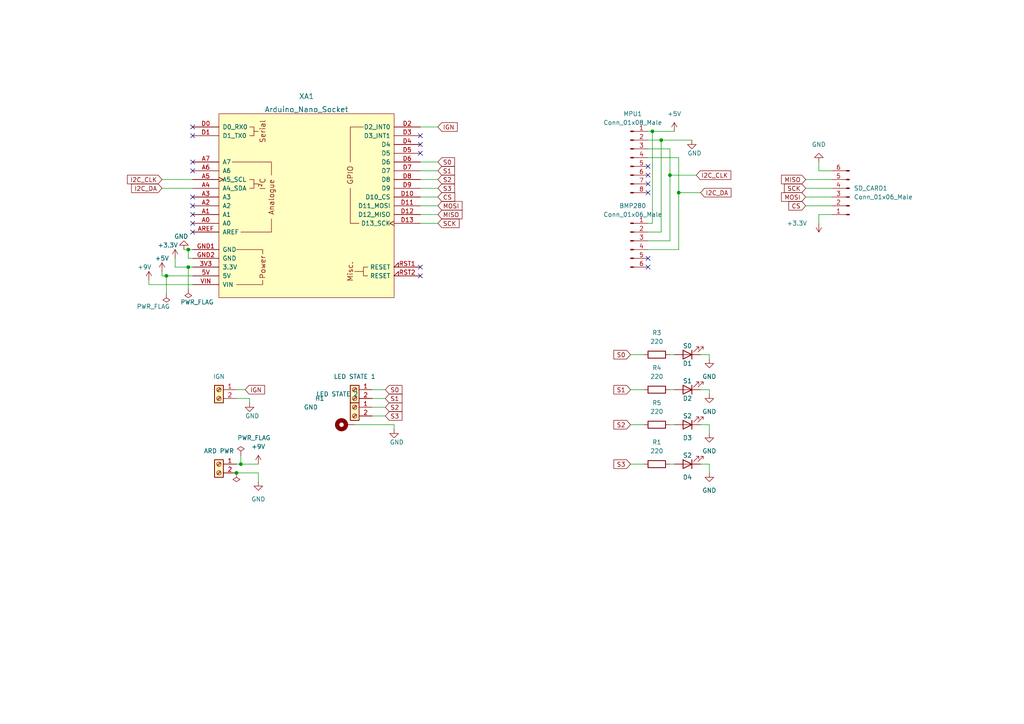
<source format=kicad_sch>
(kicad_sch (version 20211123) (generator eeschema)

  (uuid dc8b2018-ca0d-4cf1-b6a0-c18aa0b7ba69)

  (paper "A4")

  (title_block
    (title "Urutau Avionics")
    (company "CCTE")
    (comment 1 "Design by FAQC")
  )

  (lib_symbols
    (symbol "Connector:Conn_01x06_Male" (pin_names (offset 1.016) hide) (in_bom yes) (on_board yes)
      (property "Reference" "J" (id 0) (at 0 7.62 0)
        (effects (font (size 1.27 1.27)))
      )
      (property "Value" "Conn_01x06_Male" (id 1) (at 0 -10.16 0)
        (effects (font (size 1.27 1.27)))
      )
      (property "Footprint" "" (id 2) (at 0 0 0)
        (effects (font (size 1.27 1.27)) hide)
      )
      (property "Datasheet" "~" (id 3) (at 0 0 0)
        (effects (font (size 1.27 1.27)) hide)
      )
      (property "ki_keywords" "connector" (id 4) (at 0 0 0)
        (effects (font (size 1.27 1.27)) hide)
      )
      (property "ki_description" "Generic connector, single row, 01x06, script generated (kicad-library-utils/schlib/autogen/connector/)" (id 5) (at 0 0 0)
        (effects (font (size 1.27 1.27)) hide)
      )
      (property "ki_fp_filters" "Connector*:*_1x??_*" (id 6) (at 0 0 0)
        (effects (font (size 1.27 1.27)) hide)
      )
      (symbol "Conn_01x06_Male_1_1"
        (polyline
          (pts
            (xy 1.27 -7.62)
            (xy 0.8636 -7.62)
          )
          (stroke (width 0.1524) (type default) (color 0 0 0 0))
          (fill (type none))
        )
        (polyline
          (pts
            (xy 1.27 -5.08)
            (xy 0.8636 -5.08)
          )
          (stroke (width 0.1524) (type default) (color 0 0 0 0))
          (fill (type none))
        )
        (polyline
          (pts
            (xy 1.27 -2.54)
            (xy 0.8636 -2.54)
          )
          (stroke (width 0.1524) (type default) (color 0 0 0 0))
          (fill (type none))
        )
        (polyline
          (pts
            (xy 1.27 0)
            (xy 0.8636 0)
          )
          (stroke (width 0.1524) (type default) (color 0 0 0 0))
          (fill (type none))
        )
        (polyline
          (pts
            (xy 1.27 2.54)
            (xy 0.8636 2.54)
          )
          (stroke (width 0.1524) (type default) (color 0 0 0 0))
          (fill (type none))
        )
        (polyline
          (pts
            (xy 1.27 5.08)
            (xy 0.8636 5.08)
          )
          (stroke (width 0.1524) (type default) (color 0 0 0 0))
          (fill (type none))
        )
        (rectangle (start 0.8636 -7.493) (end 0 -7.747)
          (stroke (width 0.1524) (type default) (color 0 0 0 0))
          (fill (type outline))
        )
        (rectangle (start 0.8636 -4.953) (end 0 -5.207)
          (stroke (width 0.1524) (type default) (color 0 0 0 0))
          (fill (type outline))
        )
        (rectangle (start 0.8636 -2.413) (end 0 -2.667)
          (stroke (width 0.1524) (type default) (color 0 0 0 0))
          (fill (type outline))
        )
        (rectangle (start 0.8636 0.127) (end 0 -0.127)
          (stroke (width 0.1524) (type default) (color 0 0 0 0))
          (fill (type outline))
        )
        (rectangle (start 0.8636 2.667) (end 0 2.413)
          (stroke (width 0.1524) (type default) (color 0 0 0 0))
          (fill (type outline))
        )
        (rectangle (start 0.8636 5.207) (end 0 4.953)
          (stroke (width 0.1524) (type default) (color 0 0 0 0))
          (fill (type outline))
        )
        (pin passive line (at 5.08 5.08 180) (length 3.81)
          (name "Pin_1" (effects (font (size 1.27 1.27))))
          (number "1" (effects (font (size 1.27 1.27))))
        )
        (pin passive line (at 5.08 2.54 180) (length 3.81)
          (name "Pin_2" (effects (font (size 1.27 1.27))))
          (number "2" (effects (font (size 1.27 1.27))))
        )
        (pin passive line (at 5.08 0 180) (length 3.81)
          (name "Pin_3" (effects (font (size 1.27 1.27))))
          (number "3" (effects (font (size 1.27 1.27))))
        )
        (pin passive line (at 5.08 -2.54 180) (length 3.81)
          (name "Pin_4" (effects (font (size 1.27 1.27))))
          (number "4" (effects (font (size 1.27 1.27))))
        )
        (pin passive line (at 5.08 -5.08 180) (length 3.81)
          (name "Pin_5" (effects (font (size 1.27 1.27))))
          (number "5" (effects (font (size 1.27 1.27))))
        )
        (pin passive line (at 5.08 -7.62 180) (length 3.81)
          (name "Pin_6" (effects (font (size 1.27 1.27))))
          (number "6" (effects (font (size 1.27 1.27))))
        )
      )
    )
    (symbol "Connector:Conn_01x08_Male" (pin_names (offset 1.016) hide) (in_bom yes) (on_board yes)
      (property "Reference" "J" (id 0) (at 0 10.16 0)
        (effects (font (size 1.27 1.27)))
      )
      (property "Value" "Conn_01x08_Male" (id 1) (at 0 -12.7 0)
        (effects (font (size 1.27 1.27)))
      )
      (property "Footprint" "" (id 2) (at 0 0 0)
        (effects (font (size 1.27 1.27)) hide)
      )
      (property "Datasheet" "~" (id 3) (at 0 0 0)
        (effects (font (size 1.27 1.27)) hide)
      )
      (property "ki_keywords" "connector" (id 4) (at 0 0 0)
        (effects (font (size 1.27 1.27)) hide)
      )
      (property "ki_description" "Generic connector, single row, 01x08, script generated (kicad-library-utils/schlib/autogen/connector/)" (id 5) (at 0 0 0)
        (effects (font (size 1.27 1.27)) hide)
      )
      (property "ki_fp_filters" "Connector*:*_1x??_*" (id 6) (at 0 0 0)
        (effects (font (size 1.27 1.27)) hide)
      )
      (symbol "Conn_01x08_Male_1_1"
        (polyline
          (pts
            (xy 1.27 -10.16)
            (xy 0.8636 -10.16)
          )
          (stroke (width 0.1524) (type default) (color 0 0 0 0))
          (fill (type none))
        )
        (polyline
          (pts
            (xy 1.27 -7.62)
            (xy 0.8636 -7.62)
          )
          (stroke (width 0.1524) (type default) (color 0 0 0 0))
          (fill (type none))
        )
        (polyline
          (pts
            (xy 1.27 -5.08)
            (xy 0.8636 -5.08)
          )
          (stroke (width 0.1524) (type default) (color 0 0 0 0))
          (fill (type none))
        )
        (polyline
          (pts
            (xy 1.27 -2.54)
            (xy 0.8636 -2.54)
          )
          (stroke (width 0.1524) (type default) (color 0 0 0 0))
          (fill (type none))
        )
        (polyline
          (pts
            (xy 1.27 0)
            (xy 0.8636 0)
          )
          (stroke (width 0.1524) (type default) (color 0 0 0 0))
          (fill (type none))
        )
        (polyline
          (pts
            (xy 1.27 2.54)
            (xy 0.8636 2.54)
          )
          (stroke (width 0.1524) (type default) (color 0 0 0 0))
          (fill (type none))
        )
        (polyline
          (pts
            (xy 1.27 5.08)
            (xy 0.8636 5.08)
          )
          (stroke (width 0.1524) (type default) (color 0 0 0 0))
          (fill (type none))
        )
        (polyline
          (pts
            (xy 1.27 7.62)
            (xy 0.8636 7.62)
          )
          (stroke (width 0.1524) (type default) (color 0 0 0 0))
          (fill (type none))
        )
        (rectangle (start 0.8636 -10.033) (end 0 -10.287)
          (stroke (width 0.1524) (type default) (color 0 0 0 0))
          (fill (type outline))
        )
        (rectangle (start 0.8636 -7.493) (end 0 -7.747)
          (stroke (width 0.1524) (type default) (color 0 0 0 0))
          (fill (type outline))
        )
        (rectangle (start 0.8636 -4.953) (end 0 -5.207)
          (stroke (width 0.1524) (type default) (color 0 0 0 0))
          (fill (type outline))
        )
        (rectangle (start 0.8636 -2.413) (end 0 -2.667)
          (stroke (width 0.1524) (type default) (color 0 0 0 0))
          (fill (type outline))
        )
        (rectangle (start 0.8636 0.127) (end 0 -0.127)
          (stroke (width 0.1524) (type default) (color 0 0 0 0))
          (fill (type outline))
        )
        (rectangle (start 0.8636 2.667) (end 0 2.413)
          (stroke (width 0.1524) (type default) (color 0 0 0 0))
          (fill (type outline))
        )
        (rectangle (start 0.8636 5.207) (end 0 4.953)
          (stroke (width 0.1524) (type default) (color 0 0 0 0))
          (fill (type outline))
        )
        (rectangle (start 0.8636 7.747) (end 0 7.493)
          (stroke (width 0.1524) (type default) (color 0 0 0 0))
          (fill (type outline))
        )
        (pin passive line (at 5.08 7.62 180) (length 3.81)
          (name "Pin_1" (effects (font (size 1.27 1.27))))
          (number "1" (effects (font (size 1.27 1.27))))
        )
        (pin passive line (at 5.08 5.08 180) (length 3.81)
          (name "Pin_2" (effects (font (size 1.27 1.27))))
          (number "2" (effects (font (size 1.27 1.27))))
        )
        (pin passive line (at 5.08 2.54 180) (length 3.81)
          (name "Pin_3" (effects (font (size 1.27 1.27))))
          (number "3" (effects (font (size 1.27 1.27))))
        )
        (pin passive line (at 5.08 0 180) (length 3.81)
          (name "Pin_4" (effects (font (size 1.27 1.27))))
          (number "4" (effects (font (size 1.27 1.27))))
        )
        (pin passive line (at 5.08 -2.54 180) (length 3.81)
          (name "Pin_5" (effects (font (size 1.27 1.27))))
          (number "5" (effects (font (size 1.27 1.27))))
        )
        (pin passive line (at 5.08 -5.08 180) (length 3.81)
          (name "Pin_6" (effects (font (size 1.27 1.27))))
          (number "6" (effects (font (size 1.27 1.27))))
        )
        (pin passive line (at 5.08 -7.62 180) (length 3.81)
          (name "Pin_7" (effects (font (size 1.27 1.27))))
          (number "7" (effects (font (size 1.27 1.27))))
        )
        (pin passive line (at 5.08 -10.16 180) (length 3.81)
          (name "Pin_8" (effects (font (size 1.27 1.27))))
          (number "8" (effects (font (size 1.27 1.27))))
        )
      )
    )
    (symbol "Connector:Screw_Terminal_01x02" (pin_names (offset 1.016) hide) (in_bom yes) (on_board yes)
      (property "Reference" "J" (id 0) (at 0 2.54 0)
        (effects (font (size 1.27 1.27)))
      )
      (property "Value" "Screw_Terminal_01x02" (id 1) (at 0 -5.08 0)
        (effects (font (size 1.27 1.27)))
      )
      (property "Footprint" "" (id 2) (at 0 0 0)
        (effects (font (size 1.27 1.27)) hide)
      )
      (property "Datasheet" "~" (id 3) (at 0 0 0)
        (effects (font (size 1.27 1.27)) hide)
      )
      (property "ki_keywords" "screw terminal" (id 4) (at 0 0 0)
        (effects (font (size 1.27 1.27)) hide)
      )
      (property "ki_description" "Generic screw terminal, single row, 01x02, script generated (kicad-library-utils/schlib/autogen/connector/)" (id 5) (at 0 0 0)
        (effects (font (size 1.27 1.27)) hide)
      )
      (property "ki_fp_filters" "TerminalBlock*:*" (id 6) (at 0 0 0)
        (effects (font (size 1.27 1.27)) hide)
      )
      (symbol "Screw_Terminal_01x02_1_1"
        (rectangle (start -1.27 1.27) (end 1.27 -3.81)
          (stroke (width 0.254) (type default) (color 0 0 0 0))
          (fill (type background))
        )
        (circle (center 0 -2.54) (radius 0.635)
          (stroke (width 0.1524) (type default) (color 0 0 0 0))
          (fill (type none))
        )
        (polyline
          (pts
            (xy -0.5334 -2.2098)
            (xy 0.3302 -3.048)
          )
          (stroke (width 0.1524) (type default) (color 0 0 0 0))
          (fill (type none))
        )
        (polyline
          (pts
            (xy -0.5334 0.3302)
            (xy 0.3302 -0.508)
          )
          (stroke (width 0.1524) (type default) (color 0 0 0 0))
          (fill (type none))
        )
        (polyline
          (pts
            (xy -0.3556 -2.032)
            (xy 0.508 -2.8702)
          )
          (stroke (width 0.1524) (type default) (color 0 0 0 0))
          (fill (type none))
        )
        (polyline
          (pts
            (xy -0.3556 0.508)
            (xy 0.508 -0.3302)
          )
          (stroke (width 0.1524) (type default) (color 0 0 0 0))
          (fill (type none))
        )
        (circle (center 0 0) (radius 0.635)
          (stroke (width 0.1524) (type default) (color 0 0 0 0))
          (fill (type none))
        )
        (pin passive line (at -5.08 0 0) (length 3.81)
          (name "Pin_1" (effects (font (size 1.27 1.27))))
          (number "1" (effects (font (size 1.27 1.27))))
        )
        (pin passive line (at -5.08 -2.54 0) (length 3.81)
          (name "Pin_2" (effects (font (size 1.27 1.27))))
          (number "2" (effects (font (size 1.27 1.27))))
        )
      )
    )
    (symbol "Device:LED" (pin_numbers hide) (pin_names (offset 1.016) hide) (in_bom yes) (on_board yes)
      (property "Reference" "D" (id 0) (at 0 2.54 0)
        (effects (font (size 1.27 1.27)))
      )
      (property "Value" "LED" (id 1) (at 0 -2.54 0)
        (effects (font (size 1.27 1.27)))
      )
      (property "Footprint" "" (id 2) (at 0 0 0)
        (effects (font (size 1.27 1.27)) hide)
      )
      (property "Datasheet" "~" (id 3) (at 0 0 0)
        (effects (font (size 1.27 1.27)) hide)
      )
      (property "ki_keywords" "LED diode" (id 4) (at 0 0 0)
        (effects (font (size 1.27 1.27)) hide)
      )
      (property "ki_description" "Light emitting diode" (id 5) (at 0 0 0)
        (effects (font (size 1.27 1.27)) hide)
      )
      (property "ki_fp_filters" "LED* LED_SMD:* LED_THT:*" (id 6) (at 0 0 0)
        (effects (font (size 1.27 1.27)) hide)
      )
      (symbol "LED_0_1"
        (polyline
          (pts
            (xy -1.27 -1.27)
            (xy -1.27 1.27)
          )
          (stroke (width 0.254) (type default) (color 0 0 0 0))
          (fill (type none))
        )
        (polyline
          (pts
            (xy -1.27 0)
            (xy 1.27 0)
          )
          (stroke (width 0) (type default) (color 0 0 0 0))
          (fill (type none))
        )
        (polyline
          (pts
            (xy 1.27 -1.27)
            (xy 1.27 1.27)
            (xy -1.27 0)
            (xy 1.27 -1.27)
          )
          (stroke (width 0.254) (type default) (color 0 0 0 0))
          (fill (type none))
        )
        (polyline
          (pts
            (xy -3.048 -0.762)
            (xy -4.572 -2.286)
            (xy -3.81 -2.286)
            (xy -4.572 -2.286)
            (xy -4.572 -1.524)
          )
          (stroke (width 0) (type default) (color 0 0 0 0))
          (fill (type none))
        )
        (polyline
          (pts
            (xy -1.778 -0.762)
            (xy -3.302 -2.286)
            (xy -2.54 -2.286)
            (xy -3.302 -2.286)
            (xy -3.302 -1.524)
          )
          (stroke (width 0) (type default) (color 0 0 0 0))
          (fill (type none))
        )
      )
      (symbol "LED_1_1"
        (pin passive line (at -3.81 0 0) (length 2.54)
          (name "K" (effects (font (size 1.27 1.27))))
          (number "1" (effects (font (size 1.27 1.27))))
        )
        (pin passive line (at 3.81 0 180) (length 2.54)
          (name "A" (effects (font (size 1.27 1.27))))
          (number "2" (effects (font (size 1.27 1.27))))
        )
      )
    )
    (symbol "Device:R" (pin_numbers hide) (pin_names (offset 0)) (in_bom yes) (on_board yes)
      (property "Reference" "R" (id 0) (at 2.032 0 90)
        (effects (font (size 1.27 1.27)))
      )
      (property "Value" "R" (id 1) (at 0 0 90)
        (effects (font (size 1.27 1.27)))
      )
      (property "Footprint" "" (id 2) (at -1.778 0 90)
        (effects (font (size 1.27 1.27)) hide)
      )
      (property "Datasheet" "~" (id 3) (at 0 0 0)
        (effects (font (size 1.27 1.27)) hide)
      )
      (property "ki_keywords" "R res resistor" (id 4) (at 0 0 0)
        (effects (font (size 1.27 1.27)) hide)
      )
      (property "ki_description" "Resistor" (id 5) (at 0 0 0)
        (effects (font (size 1.27 1.27)) hide)
      )
      (property "ki_fp_filters" "R_*" (id 6) (at 0 0 0)
        (effects (font (size 1.27 1.27)) hide)
      )
      (symbol "R_0_1"
        (rectangle (start -1.016 -2.54) (end 1.016 2.54)
          (stroke (width 0.254) (type default) (color 0 0 0 0))
          (fill (type none))
        )
      )
      (symbol "R_1_1"
        (pin passive line (at 0 3.81 270) (length 1.27)
          (name "~" (effects (font (size 1.27 1.27))))
          (number "1" (effects (font (size 1.27 1.27))))
        )
        (pin passive line (at 0 -3.81 90) (length 1.27)
          (name "~" (effects (font (size 1.27 1.27))))
          (number "2" (effects (font (size 1.27 1.27))))
        )
      )
    )
    (symbol "Mechanical:MountingHole_Pad" (pin_numbers hide) (pin_names (offset 1.016) hide) (in_bom yes) (on_board yes)
      (property "Reference" "H" (id 0) (at 0 6.35 0)
        (effects (font (size 1.27 1.27)))
      )
      (property "Value" "MountingHole_Pad" (id 1) (at 0 4.445 0)
        (effects (font (size 1.27 1.27)))
      )
      (property "Footprint" "" (id 2) (at 0 0 0)
        (effects (font (size 1.27 1.27)) hide)
      )
      (property "Datasheet" "~" (id 3) (at 0 0 0)
        (effects (font (size 1.27 1.27)) hide)
      )
      (property "ki_keywords" "mounting hole" (id 4) (at 0 0 0)
        (effects (font (size 1.27 1.27)) hide)
      )
      (property "ki_description" "Mounting Hole with connection" (id 5) (at 0 0 0)
        (effects (font (size 1.27 1.27)) hide)
      )
      (property "ki_fp_filters" "MountingHole*Pad*" (id 6) (at 0 0 0)
        (effects (font (size 1.27 1.27)) hide)
      )
      (symbol "MountingHole_Pad_0_1"
        (circle (center 0 1.27) (radius 1.27)
          (stroke (width 1.27) (type default) (color 0 0 0 0))
          (fill (type none))
        )
      )
      (symbol "MountingHole_Pad_1_1"
        (pin input line (at 0 -2.54 90) (length 2.54)
          (name "1" (effects (font (size 1.27 1.27))))
          (number "1" (effects (font (size 1.27 1.27))))
        )
      )
    )
    (symbol "arduino:Arduino_Nano_Socket" (pin_names (offset 1.016)) (in_bom yes) (on_board yes)
      (property "Reference" "XA" (id 0) (at 2.54 0 90)
        (effects (font (size 1.524 1.524)))
      )
      (property "Value" "Arduino_Nano_Socket" (id 1) (at -2.54 0 90)
        (effects (font (size 1.524 1.524)))
      )
      (property "Footprint" "" (id 2) (at 45.72 95.25 0)
        (effects (font (size 1.524 1.524)) hide)
      )
      (property "Datasheet" "https://store.arduino.cc/arduino-nano" (id 3) (at 45.72 95.25 0)
        (effects (font (size 1.524 1.524)) hide)
      )
      (property "ki_keywords" "Arduino MPU Shield" (id 4) (at 0 0 0)
        (effects (font (size 1.27 1.27)) hide)
      )
      (property "ki_description" "Socket for Arduino Nano" (id 5) (at 0 0 0)
        (effects (font (size 1.27 1.27)) hide)
      )
      (property "ki_fp_filters" "Arduino_Nano_Socket" (id 6) (at 0 0 0)
        (effects (font (size 1.27 1.27)) hide)
      )
      (symbol "Arduino_Nano_Socket_0_0"
        (rectangle (start -25.4 26.67) (end 25.4 -26.67)
          (stroke (width 0) (type default) (color 0 0 0 0))
          (fill (type background))
        )
        (polyline
          (pts
            (xy -15.24 6.35)
            (xy -13.97 6.35)
          )
          (stroke (width 0) (type default) (color 0 0 0 0))
          (fill (type none))
        )
        (polyline
          (pts
            (xy -15.24 21.59)
            (xy -13.97 21.59)
          )
          (stroke (width 0) (type default) (color 0 0 0 0))
          (fill (type none))
        )
        (polyline
          (pts
            (xy 16.51 -19.05)
            (xy 13.97 -19.05)
          )
          (stroke (width 0) (type default) (color 0 0 0 0))
          (fill (type none))
        )
        (polyline
          (pts
            (xy -20.32 -22.86)
            (xy -12.7 -22.86)
            (xy -12.7 -21.59)
          )
          (stroke (width 0) (type default) (color 0 0 0 0))
          (fill (type none))
        )
        (polyline
          (pts
            (xy -12.7 -13.97)
            (xy -12.7 -12.7)
            (xy -20.32 -12.7)
          )
          (stroke (width 0) (type default) (color 0 0 0 0))
          (fill (type none))
        )
        (polyline
          (pts
            (xy -16.51 7.62)
            (xy -15.24 7.62)
            (xy -15.24 5.08)
            (xy -16.51 5.08)
          )
          (stroke (width 0) (type default) (color 0 0 0 0))
          (fill (type none))
        )
        (polyline
          (pts
            (xy -16.51 22.86)
            (xy -15.24 22.86)
            (xy -15.24 20.32)
            (xy -16.51 20.32)
          )
          (stroke (width 0) (type default) (color 0 0 0 0))
          (fill (type none))
        )
        (text "Analogue" (at -10.16 2.54 900)
          (effects (font (size 1.524 1.524)))
        )
        (text "I²C" (at -12.7 6.35 900)
          (effects (font (size 1.524 1.524)))
        )
        (text "Misc." (at 12.7 -19.05 900)
          (effects (font (size 1.524 1.524)))
        )
        (text "Power" (at -12.7 -17.78 900)
          (effects (font (size 1.524 1.524)))
        )
        (text "Serial" (at -12.7 21.59 900)
          (effects (font (size 1.524 1.524)))
        )
      )
      (symbol "Arduino_Nano_Socket_0_1"
        (polyline
          (pts
            (xy -21.59 12.7)
            (xy -10.16 12.7)
            (xy -10.16 8.89)
          )
          (stroke (width 0) (type default) (color 0 0 0 0))
          (fill (type none))
        )
        (polyline
          (pts
            (xy -19.05 -7.62)
            (xy -10.16 -7.62)
            (xy -10.16 -3.81)
          )
          (stroke (width 0) (type default) (color 0 0 0 0))
          (fill (type none))
        )
        (polyline
          (pts
            (xy 15.24 -5.08)
            (xy 12.7 -5.08)
            (xy 12.7 5.08)
          )
          (stroke (width 0) (type default) (color 0 0 0 0))
          (fill (type none))
        )
        (polyline
          (pts
            (xy 16.51 22.86)
            (xy 12.7 22.86)
            (xy 12.7 12.7)
          )
          (stroke (width 0) (type default) (color 0 0 0 0))
          (fill (type none))
        )
        (polyline
          (pts
            (xy 17.78 -17.78)
            (xy 16.51 -17.78)
            (xy 16.51 -20.32)
            (xy 17.78 -20.32)
          )
          (stroke (width 0) (type default) (color 0 0 0 0))
          (fill (type none))
        )
      )
      (symbol "Arduino_Nano_Socket_1_0"
        (text "GPIO" (at 12.7 8.89 900)
          (effects (font (size 1.524 1.524)))
        )
      )
      (symbol "Arduino_Nano_Socket_1_1"
        (pin power_in line (at -33.02 -17.78 0) (length 7.62)
          (name "3.3V" (effects (font (size 1.27 1.27))))
          (number "3V3" (effects (font (size 1.27 1.27))))
        )
        (pin power_in line (at -33.02 -20.32 0) (length 7.62)
          (name "5V" (effects (font (size 1.27 1.27))))
          (number "5V" (effects (font (size 1.27 1.27))))
        )
        (pin bidirectional line (at -33.02 -5.08 0) (length 7.62)
          (name "A0" (effects (font (size 1.27 1.27))))
          (number "A0" (effects (font (size 1.27 1.27))))
        )
        (pin bidirectional line (at -33.02 -2.54 0) (length 7.62)
          (name "A1" (effects (font (size 1.27 1.27))))
          (number "A1" (effects (font (size 1.27 1.27))))
        )
        (pin bidirectional line (at -33.02 0 0) (length 7.62)
          (name "A2" (effects (font (size 1.27 1.27))))
          (number "A2" (effects (font (size 1.27 1.27))))
        )
        (pin bidirectional line (at -33.02 2.54 0) (length 7.62)
          (name "A3" (effects (font (size 1.27 1.27))))
          (number "A3" (effects (font (size 1.27 1.27))))
        )
        (pin bidirectional line (at -33.02 5.08 0) (length 7.62)
          (name "A4_SDA" (effects (font (size 1.27 1.27))))
          (number "A4" (effects (font (size 1.27 1.27))))
        )
        (pin bidirectional clock (at -33.02 7.62 0) (length 7.62)
          (name "A5_SCL" (effects (font (size 1.27 1.27))))
          (number "A5" (effects (font (size 1.27 1.27))))
        )
        (pin input line (at -33.02 10.16 0) (length 7.62)
          (name "A6" (effects (font (size 1.27 1.27))))
          (number "A6" (effects (font (size 1.27 1.27))))
        )
        (pin input line (at -33.02 12.7 0) (length 7.62)
          (name "A7" (effects (font (size 1.27 1.27))))
          (number "A7" (effects (font (size 1.27 1.27))))
        )
        (pin input line (at -33.02 -7.62 0) (length 7.62)
          (name "AREF" (effects (font (size 1.27 1.27))))
          (number "AREF" (effects (font (size 1.27 1.27))))
        )
        (pin bidirectional line (at -33.02 22.86 0) (length 7.62)
          (name "D0_RX0" (effects (font (size 1.27 1.27))))
          (number "D0" (effects (font (size 1.27 1.27))))
        )
        (pin bidirectional line (at -33.02 20.32 0) (length 7.62)
          (name "D1_TX0" (effects (font (size 1.27 1.27))))
          (number "D1" (effects (font (size 1.27 1.27))))
        )
        (pin bidirectional line (at 33.02 2.54 180) (length 7.62)
          (name "D10_CS" (effects (font (size 1.27 1.27))))
          (number "D10" (effects (font (size 1.27 1.27))))
        )
        (pin bidirectional line (at 33.02 0 180) (length 7.62)
          (name "D11_MOSI" (effects (font (size 1.27 1.27))))
          (number "D11" (effects (font (size 1.27 1.27))))
        )
        (pin bidirectional line (at 33.02 -2.54 180) (length 7.62)
          (name "D12_MISO" (effects (font (size 1.27 1.27))))
          (number "D12" (effects (font (size 1.27 1.27))))
        )
        (pin bidirectional clock (at 33.02 -5.08 180) (length 7.62)
          (name "D13_SCK" (effects (font (size 1.27 1.27))))
          (number "D13" (effects (font (size 1.27 1.27))))
        )
        (pin bidirectional line (at 33.02 22.86 180) (length 7.62)
          (name "D2_INT0" (effects (font (size 1.27 1.27))))
          (number "D2" (effects (font (size 1.27 1.27))))
        )
        (pin bidirectional line (at 33.02 20.32 180) (length 7.62)
          (name "D3_INT1" (effects (font (size 1.27 1.27))))
          (number "D3" (effects (font (size 1.27 1.27))))
        )
        (pin bidirectional line (at 33.02 17.78 180) (length 7.62)
          (name "D4" (effects (font (size 1.27 1.27))))
          (number "D4" (effects (font (size 1.27 1.27))))
        )
        (pin bidirectional line (at 33.02 15.24 180) (length 7.62)
          (name "D5" (effects (font (size 1.27 1.27))))
          (number "D5" (effects (font (size 1.27 1.27))))
        )
        (pin bidirectional line (at 33.02 12.7 180) (length 7.62)
          (name "D6" (effects (font (size 1.27 1.27))))
          (number "D6" (effects (font (size 1.27 1.27))))
        )
        (pin bidirectional line (at 33.02 10.16 180) (length 7.62)
          (name "D7" (effects (font (size 1.27 1.27))))
          (number "D7" (effects (font (size 1.27 1.27))))
        )
        (pin bidirectional line (at 33.02 7.62 180) (length 7.62)
          (name "D8" (effects (font (size 1.27 1.27))))
          (number "D8" (effects (font (size 1.27 1.27))))
        )
        (pin bidirectional line (at 33.02 5.08 180) (length 7.62)
          (name "D9" (effects (font (size 1.27 1.27))))
          (number "D9" (effects (font (size 1.27 1.27))))
        )
        (pin power_in line (at -33.02 -12.7 0) (length 7.62)
          (name "GND" (effects (font (size 1.27 1.27))))
          (number "GND1" (effects (font (size 1.27 1.27))))
        )
        (pin power_in line (at -33.02 -15.24 0) (length 7.62)
          (name "GND" (effects (font (size 1.27 1.27))))
          (number "GND2" (effects (font (size 1.27 1.27))))
        )
        (pin open_collector input_low (at 33.02 -17.78 180) (length 7.62)
          (name "RESET" (effects (font (size 1.27 1.27))))
          (number "RST1" (effects (font (size 1.27 1.27))))
        )
        (pin open_collector input_low (at 33.02 -20.32 180) (length 7.62)
          (name "RESET" (effects (font (size 1.27 1.27))))
          (number "RST2" (effects (font (size 1.27 1.27))))
        )
        (pin power_in line (at -33.02 -22.86 0) (length 7.62)
          (name "VIN" (effects (font (size 1.27 1.27))))
          (number "VIN" (effects (font (size 1.27 1.27))))
        )
      )
    )
    (symbol "power:+3.3V" (power) (pin_names (offset 0)) (in_bom yes) (on_board yes)
      (property "Reference" "#PWR" (id 0) (at 0 -3.81 0)
        (effects (font (size 1.27 1.27)) hide)
      )
      (property "Value" "+3.3V" (id 1) (at 0 3.556 0)
        (effects (font (size 1.27 1.27)))
      )
      (property "Footprint" "" (id 2) (at 0 0 0)
        (effects (font (size 1.27 1.27)) hide)
      )
      (property "Datasheet" "" (id 3) (at 0 0 0)
        (effects (font (size 1.27 1.27)) hide)
      )
      (property "ki_keywords" "power-flag" (id 4) (at 0 0 0)
        (effects (font (size 1.27 1.27)) hide)
      )
      (property "ki_description" "Power symbol creates a global label with name \"+3.3V\"" (id 5) (at 0 0 0)
        (effects (font (size 1.27 1.27)) hide)
      )
      (symbol "+3.3V_0_1"
        (polyline
          (pts
            (xy -0.762 1.27)
            (xy 0 2.54)
          )
          (stroke (width 0) (type default) (color 0 0 0 0))
          (fill (type none))
        )
        (polyline
          (pts
            (xy 0 0)
            (xy 0 2.54)
          )
          (stroke (width 0) (type default) (color 0 0 0 0))
          (fill (type none))
        )
        (polyline
          (pts
            (xy 0 2.54)
            (xy 0.762 1.27)
          )
          (stroke (width 0) (type default) (color 0 0 0 0))
          (fill (type none))
        )
      )
      (symbol "+3.3V_1_1"
        (pin power_in line (at 0 0 90) (length 0) hide
          (name "+3.3V" (effects (font (size 1.27 1.27))))
          (number "1" (effects (font (size 1.27 1.27))))
        )
      )
    )
    (symbol "power:+5V" (power) (pin_names (offset 0)) (in_bom yes) (on_board yes)
      (property "Reference" "#PWR" (id 0) (at 0 -3.81 0)
        (effects (font (size 1.27 1.27)) hide)
      )
      (property "Value" "+5V" (id 1) (at 0 3.556 0)
        (effects (font (size 1.27 1.27)))
      )
      (property "Footprint" "" (id 2) (at 0 0 0)
        (effects (font (size 1.27 1.27)) hide)
      )
      (property "Datasheet" "" (id 3) (at 0 0 0)
        (effects (font (size 1.27 1.27)) hide)
      )
      (property "ki_keywords" "power-flag" (id 4) (at 0 0 0)
        (effects (font (size 1.27 1.27)) hide)
      )
      (property "ki_description" "Power symbol creates a global label with name \"+5V\"" (id 5) (at 0 0 0)
        (effects (font (size 1.27 1.27)) hide)
      )
      (symbol "+5V_0_1"
        (polyline
          (pts
            (xy -0.762 1.27)
            (xy 0 2.54)
          )
          (stroke (width 0) (type default) (color 0 0 0 0))
          (fill (type none))
        )
        (polyline
          (pts
            (xy 0 0)
            (xy 0 2.54)
          )
          (stroke (width 0) (type default) (color 0 0 0 0))
          (fill (type none))
        )
        (polyline
          (pts
            (xy 0 2.54)
            (xy 0.762 1.27)
          )
          (stroke (width 0) (type default) (color 0 0 0 0))
          (fill (type none))
        )
      )
      (symbol "+5V_1_1"
        (pin power_in line (at 0 0 90) (length 0) hide
          (name "+5V" (effects (font (size 1.27 1.27))))
          (number "1" (effects (font (size 1.27 1.27))))
        )
      )
    )
    (symbol "power:+9V" (power) (pin_names (offset 0)) (in_bom yes) (on_board yes)
      (property "Reference" "#PWR" (id 0) (at 0 -3.81 0)
        (effects (font (size 1.27 1.27)) hide)
      )
      (property "Value" "+9V" (id 1) (at 0 3.556 0)
        (effects (font (size 1.27 1.27)))
      )
      (property "Footprint" "" (id 2) (at 0 0 0)
        (effects (font (size 1.27 1.27)) hide)
      )
      (property "Datasheet" "" (id 3) (at 0 0 0)
        (effects (font (size 1.27 1.27)) hide)
      )
      (property "ki_keywords" "power-flag" (id 4) (at 0 0 0)
        (effects (font (size 1.27 1.27)) hide)
      )
      (property "ki_description" "Power symbol creates a global label with name \"+9V\"" (id 5) (at 0 0 0)
        (effects (font (size 1.27 1.27)) hide)
      )
      (symbol "+9V_0_1"
        (polyline
          (pts
            (xy -0.762 1.27)
            (xy 0 2.54)
          )
          (stroke (width 0) (type default) (color 0 0 0 0))
          (fill (type none))
        )
        (polyline
          (pts
            (xy 0 0)
            (xy 0 2.54)
          )
          (stroke (width 0) (type default) (color 0 0 0 0))
          (fill (type none))
        )
        (polyline
          (pts
            (xy 0 2.54)
            (xy 0.762 1.27)
          )
          (stroke (width 0) (type default) (color 0 0 0 0))
          (fill (type none))
        )
      )
      (symbol "+9V_1_1"
        (pin power_in line (at 0 0 90) (length 0) hide
          (name "+9V" (effects (font (size 1.27 1.27))))
          (number "1" (effects (font (size 1.27 1.27))))
        )
      )
    )
    (symbol "power:GND" (power) (pin_names (offset 0)) (in_bom yes) (on_board yes)
      (property "Reference" "#PWR" (id 0) (at 0 -6.35 0)
        (effects (font (size 1.27 1.27)) hide)
      )
      (property "Value" "GND" (id 1) (at 0 -3.81 0)
        (effects (font (size 1.27 1.27)))
      )
      (property "Footprint" "" (id 2) (at 0 0 0)
        (effects (font (size 1.27 1.27)) hide)
      )
      (property "Datasheet" "" (id 3) (at 0 0 0)
        (effects (font (size 1.27 1.27)) hide)
      )
      (property "ki_keywords" "power-flag" (id 4) (at 0 0 0)
        (effects (font (size 1.27 1.27)) hide)
      )
      (property "ki_description" "Power symbol creates a global label with name \"GND\" , ground" (id 5) (at 0 0 0)
        (effects (font (size 1.27 1.27)) hide)
      )
      (symbol "GND_0_1"
        (polyline
          (pts
            (xy 0 0)
            (xy 0 -1.27)
            (xy 1.27 -1.27)
            (xy 0 -2.54)
            (xy -1.27 -1.27)
            (xy 0 -1.27)
          )
          (stroke (width 0) (type default) (color 0 0 0 0))
          (fill (type none))
        )
      )
      (symbol "GND_1_1"
        (pin power_in line (at 0 0 270) (length 0) hide
          (name "GND" (effects (font (size 1.27 1.27))))
          (number "1" (effects (font (size 1.27 1.27))))
        )
      )
    )
    (symbol "power:PWR_FLAG" (power) (pin_numbers hide) (pin_names (offset 0) hide) (in_bom yes) (on_board yes)
      (property "Reference" "#FLG" (id 0) (at 0 1.905 0)
        (effects (font (size 1.27 1.27)) hide)
      )
      (property "Value" "PWR_FLAG" (id 1) (at 0 3.81 0)
        (effects (font (size 1.27 1.27)))
      )
      (property "Footprint" "" (id 2) (at 0 0 0)
        (effects (font (size 1.27 1.27)) hide)
      )
      (property "Datasheet" "~" (id 3) (at 0 0 0)
        (effects (font (size 1.27 1.27)) hide)
      )
      (property "ki_keywords" "power-flag" (id 4) (at 0 0 0)
        (effects (font (size 1.27 1.27)) hide)
      )
      (property "ki_description" "Special symbol for telling ERC where power comes from" (id 5) (at 0 0 0)
        (effects (font (size 1.27 1.27)) hide)
      )
      (symbol "PWR_FLAG_0_0"
        (pin power_out line (at 0 0 90) (length 0)
          (name "pwr" (effects (font (size 1.27 1.27))))
          (number "1" (effects (font (size 1.27 1.27))))
        )
      )
      (symbol "PWR_FLAG_0_1"
        (polyline
          (pts
            (xy 0 0)
            (xy 0 1.27)
            (xy -1.016 1.905)
            (xy 0 2.54)
            (xy 1.016 1.905)
            (xy 0 1.27)
          )
          (stroke (width 0) (type default) (color 0 0 0 0))
          (fill (type none))
        )
      )
    )
  )

  (junction (at 48.26 80.01) (diameter 0) (color 0 0 0 0)
    (uuid 082ccc64-922a-4d5e-bc6e-7e0ded109411)
  )
  (junction (at 54.61 77.47) (diameter 0) (color 0 0 0 0)
    (uuid 23dd6d02-ca01-4ac7-af60-4af701863145)
  )
  (junction (at 196.85 55.88) (diameter 0) (color 0 0 0 0)
    (uuid 5fc5e784-b0f1-49c8-a085-9e463fdd2733)
  )
  (junction (at 194.31 50.8) (diameter 0) (color 0 0 0 0)
    (uuid 7dee756c-e8ab-47b0-a09b-9c9f8c0c4d62)
  )
  (junction (at 68.58 137.16) (diameter 0) (color 0 0 0 0)
    (uuid 8477392a-d6b0-4505-841c-7aa4ee0455fe)
  )
  (junction (at 189.23 38.1) (diameter 0) (color 0 0 0 0)
    (uuid b5b7cc5d-6442-42f0-9013-6af8f7d5bc3e)
  )
  (junction (at 69.85 134.62) (diameter 0) (color 0 0 0 0)
    (uuid cce1d6da-767b-4b2f-8e10-2703467315d8)
  )
  (junction (at 54.61 72.39) (diameter 0) (color 0 0 0 0)
    (uuid dd9b600b-6e95-4dcb-878c-ad082b24d43c)
  )
  (junction (at 191.77 40.64) (diameter 0) (color 0 0 0 0)
    (uuid f531a866-5b91-4858-8e97-a260a6dcda53)
  )

  (no_connect (at 55.88 36.83) (uuid 5533a169-7201-4d07-9e43-8c28bf2781cd))
  (no_connect (at 55.88 39.37) (uuid 5533a169-7201-4d07-9e43-8c28bf2781ce))
  (no_connect (at 55.88 46.99) (uuid 5533a169-7201-4d07-9e43-8c28bf2781cf))
  (no_connect (at 55.88 49.53) (uuid 5533a169-7201-4d07-9e43-8c28bf2781d0))
  (no_connect (at 55.88 57.15) (uuid 5533a169-7201-4d07-9e43-8c28bf2781d1))
  (no_connect (at 55.88 59.69) (uuid 5533a169-7201-4d07-9e43-8c28bf2781d2))
  (no_connect (at 55.88 62.23) (uuid 5533a169-7201-4d07-9e43-8c28bf2781d3))
  (no_connect (at 55.88 64.77) (uuid 5533a169-7201-4d07-9e43-8c28bf2781d4))
  (no_connect (at 55.88 67.31) (uuid 5533a169-7201-4d07-9e43-8c28bf2781d5))
  (no_connect (at 121.92 80.01) (uuid 5533a169-7201-4d07-9e43-8c28bf2781d8))
  (no_connect (at 121.92 77.47) (uuid 5533a169-7201-4d07-9e43-8c28bf2781d9))
  (no_connect (at 121.92 44.45) (uuid 5533a169-7201-4d07-9e43-8c28bf2781e3))
  (no_connect (at 121.92 41.91) (uuid 5533a169-7201-4d07-9e43-8c28bf2781e4))
  (no_connect (at 121.92 39.37) (uuid 5533a169-7201-4d07-9e43-8c28bf2781e5))
  (no_connect (at 187.96 48.26) (uuid 7ea41c32-3dc7-4b32-ae8d-2c1aa6a4da34))
  (no_connect (at 187.96 50.8) (uuid 7ea41c32-3dc7-4b32-ae8d-2c1aa6a4da35))
  (no_connect (at 187.96 53.34) (uuid 7ea41c32-3dc7-4b32-ae8d-2c1aa6a4da36))
  (no_connect (at 187.96 55.88) (uuid 7ea41c32-3dc7-4b32-ae8d-2c1aa6a4da37))
  (no_connect (at 187.96 74.93) (uuid 7ea41c32-3dc7-4b32-ae8d-2c1aa6a4da38))
  (no_connect (at 187.96 77.47) (uuid 7ea41c32-3dc7-4b32-ae8d-2c1aa6a4da39))

  (wire (pts (xy 102.87 123.19) (xy 114.3 123.19))
    (stroke (width 0) (type default) (color 0 0 0 0))
    (uuid 028a2674-928a-4d19-9139-17ea184a4c50)
  )
  (wire (pts (xy 121.92 49.53) (xy 127 49.53))
    (stroke (width 0) (type default) (color 0 0 0 0))
    (uuid 035437fb-1ff9-468a-ad71-5c659f1a9425)
  )
  (wire (pts (xy 50.8 77.47) (xy 54.61 77.47))
    (stroke (width 0) (type default) (color 0 0 0 0))
    (uuid 0a613408-202f-4652-a1b0-87c3c920845d)
  )
  (wire (pts (xy 55.88 82.55) (xy 43.18 82.55))
    (stroke (width 0) (type default) (color 0 0 0 0))
    (uuid 0b1b53b7-d6d1-4547-a2e9-8abc2e882f50)
  )
  (wire (pts (xy 48.26 80.01) (xy 55.88 80.01))
    (stroke (width 0) (type default) (color 0 0 0 0))
    (uuid 170d0e8c-a06e-4fa6-9f41-3357a2b519c5)
  )
  (wire (pts (xy 237.49 49.53) (xy 241.3 49.53))
    (stroke (width 0) (type default) (color 0 0 0 0))
    (uuid 17a98189-e431-4421-86e4-be22e649ba30)
  )
  (wire (pts (xy 121.92 59.69) (xy 127 59.69))
    (stroke (width 0) (type default) (color 0 0 0 0))
    (uuid 19ab9830-ff4f-45af-9501-9093ca6810e9)
  )
  (wire (pts (xy 121.92 54.61) (xy 127 54.61))
    (stroke (width 0) (type default) (color 0 0 0 0))
    (uuid 1c7c53a7-744c-46d0-9573-c8cbf28561b4)
  )
  (wire (pts (xy 194.31 123.19) (xy 195.58 123.19))
    (stroke (width 0) (type default) (color 0 0 0 0))
    (uuid 25559b85-3727-419d-81b0-d396d33770f8)
  )
  (wire (pts (xy 205.74 114.3) (xy 205.74 113.03))
    (stroke (width 0) (type default) (color 0 0 0 0))
    (uuid 25cb88a7-1c2e-4387-b4e8-f8497262552d)
  )
  (wire (pts (xy 54.61 72.39) (xy 54.61 74.93))
    (stroke (width 0) (type default) (color 0 0 0 0))
    (uuid 267329b4-7056-40a0-b979-96fe542ca974)
  )
  (wire (pts (xy 107.95 118.11) (xy 111.76 118.11))
    (stroke (width 0) (type default) (color 0 0 0 0))
    (uuid 2a3598fd-bd57-4c98-ba99-b182c4854d96)
  )
  (wire (pts (xy 203.2 102.87) (xy 205.74 102.87))
    (stroke (width 0) (type default) (color 0 0 0 0))
    (uuid 2d093bf1-aeb3-4f14-8326-2c7ab849fb76)
  )
  (wire (pts (xy 107.95 115.57) (xy 111.76 115.57))
    (stroke (width 0) (type default) (color 0 0 0 0))
    (uuid 2da3628a-5123-4e1d-a587-3861dbebd867)
  )
  (wire (pts (xy 72.39 115.57) (xy 68.58 115.57))
    (stroke (width 0) (type default) (color 0 0 0 0))
    (uuid 33838fc0-45f3-442f-8d6c-2589f0145fec)
  )
  (wire (pts (xy 237.49 64.77) (xy 237.49 62.23))
    (stroke (width 0) (type default) (color 0 0 0 0))
    (uuid 33dc232a-c047-4fea-9890-2f2bd31f92ea)
  )
  (wire (pts (xy 121.92 62.23) (xy 127 62.23))
    (stroke (width 0) (type default) (color 0 0 0 0))
    (uuid 35559e5a-4fdf-466a-8910-fe9544469ccd)
  )
  (wire (pts (xy 191.77 40.64) (xy 191.77 67.31))
    (stroke (width 0) (type default) (color 0 0 0 0))
    (uuid 35d9691b-0621-4b94-9076-d07166440854)
  )
  (wire (pts (xy 237.49 62.23) (xy 241.3 62.23))
    (stroke (width 0) (type default) (color 0 0 0 0))
    (uuid 36b51feb-1760-4b24-88c0-95c65249729e)
  )
  (wire (pts (xy 121.92 64.77) (xy 127 64.77))
    (stroke (width 0) (type default) (color 0 0 0 0))
    (uuid 370b2d6c-654f-49b8-a619-270ebbe0ea69)
  )
  (wire (pts (xy 72.39 116.84) (xy 72.39 115.57))
    (stroke (width 0) (type default) (color 0 0 0 0))
    (uuid 39a1094c-dcfc-405d-bbfd-7386860f0c06)
  )
  (wire (pts (xy 187.96 43.18) (xy 194.31 43.18))
    (stroke (width 0) (type default) (color 0 0 0 0))
    (uuid 3d508083-4f6c-4214-a313-60765893a4c4)
  )
  (wire (pts (xy 69.85 134.62) (xy 68.58 134.62))
    (stroke (width 0) (type default) (color 0 0 0 0))
    (uuid 3d98b7b1-c5b0-42c3-bcb8-0859efa65e0a)
  )
  (wire (pts (xy 69.85 134.62) (xy 74.93 134.62))
    (stroke (width 0) (type default) (color 0 0 0 0))
    (uuid 3f68befc-1082-40bc-b89e-cbb4940c23ed)
  )
  (wire (pts (xy 55.88 72.39) (xy 54.61 72.39))
    (stroke (width 0) (type default) (color 0 0 0 0))
    (uuid 40664bb4-961c-4ef7-aab6-a6e58e3c02b0)
  )
  (wire (pts (xy 233.68 52.07) (xy 241.3 52.07))
    (stroke (width 0) (type default) (color 0 0 0 0))
    (uuid 45516c3d-5934-4c15-bdcc-626aedb03418)
  )
  (wire (pts (xy 54.61 77.47) (xy 55.88 77.47))
    (stroke (width 0) (type default) (color 0 0 0 0))
    (uuid 4cf4a872-97b2-473b-a8f4-33caa5542b7d)
  )
  (wire (pts (xy 187.96 38.1) (xy 189.23 38.1))
    (stroke (width 0) (type default) (color 0 0 0 0))
    (uuid 57599121-77b5-48c5-87d5-2348a7c09d20)
  )
  (wire (pts (xy 194.31 50.8) (xy 201.93 50.8))
    (stroke (width 0) (type default) (color 0 0 0 0))
    (uuid 5a87d3e7-85b6-492a-9786-a951a1054b33)
  )
  (wire (pts (xy 68.58 113.03) (xy 71.12 113.03))
    (stroke (width 0) (type default) (color 0 0 0 0))
    (uuid 5f89cc71-b52a-4df4-be8e-8178598c1c3b)
  )
  (wire (pts (xy 54.61 74.93) (xy 55.88 74.93))
    (stroke (width 0) (type default) (color 0 0 0 0))
    (uuid 5fb05ca4-31c7-4496-9a92-fcc8fd6bfdad)
  )
  (wire (pts (xy 233.68 59.69) (xy 241.3 59.69))
    (stroke (width 0) (type default) (color 0 0 0 0))
    (uuid 60221a46-f7d3-4d87-8e4e-400795f5c78a)
  )
  (wire (pts (xy 187.96 40.64) (xy 191.77 40.64))
    (stroke (width 0) (type default) (color 0 0 0 0))
    (uuid 6095a13c-2d09-46c4-8f0d-3cccfe74c1a4)
  )
  (wire (pts (xy 46.99 80.01) (xy 46.99 78.74))
    (stroke (width 0) (type default) (color 0 0 0 0))
    (uuid 635d8e4f-a319-4164-8c19-0e3fa4aebeb3)
  )
  (wire (pts (xy 43.18 82.55) (xy 43.18 81.28))
    (stroke (width 0) (type default) (color 0 0 0 0))
    (uuid 69444ae7-f2f7-4ea3-8a76-e248a7970ef9)
  )
  (wire (pts (xy 46.99 54.61) (xy 55.88 54.61))
    (stroke (width 0) (type default) (color 0 0 0 0))
    (uuid 7075181f-0ac6-4ed4-8aa2-d09e190b8b93)
  )
  (wire (pts (xy 194.31 50.8) (xy 194.31 69.85))
    (stroke (width 0) (type default) (color 0 0 0 0))
    (uuid 70aa1662-e452-49b4-861a-6dd64a0fd4b2)
  )
  (wire (pts (xy 196.85 45.72) (xy 196.85 55.88))
    (stroke (width 0) (type default) (color 0 0 0 0))
    (uuid 769c9105-e80c-4ccd-ab0e-c3b80f479dfa)
  )
  (wire (pts (xy 182.88 102.87) (xy 186.69 102.87))
    (stroke (width 0) (type default) (color 0 0 0 0))
    (uuid 77b4d650-7f64-4826-8349-fc4689cc3a23)
  )
  (wire (pts (xy 196.85 55.88) (xy 196.85 72.39))
    (stroke (width 0) (type default) (color 0 0 0 0))
    (uuid 7fb9522a-29ea-4c0f-bea0-9438fdaaa19d)
  )
  (wire (pts (xy 182.88 123.19) (xy 186.69 123.19))
    (stroke (width 0) (type default) (color 0 0 0 0))
    (uuid 7fe0a368-390f-4e30-8320-b286f2a2b889)
  )
  (wire (pts (xy 194.31 43.18) (xy 194.31 50.8))
    (stroke (width 0) (type default) (color 0 0 0 0))
    (uuid 8397fcfe-8171-4f1e-8601-e342096b12f6)
  )
  (wire (pts (xy 196.85 55.88) (xy 203.2 55.88))
    (stroke (width 0) (type default) (color 0 0 0 0))
    (uuid 86214150-c33f-471e-a3c7-8e59855e308b)
  )
  (wire (pts (xy 194.31 102.87) (xy 195.58 102.87))
    (stroke (width 0) (type default) (color 0 0 0 0))
    (uuid 86671b1c-5347-4c56-8dbc-af604545e6c4)
  )
  (wire (pts (xy 233.68 54.61) (xy 241.3 54.61))
    (stroke (width 0) (type default) (color 0 0 0 0))
    (uuid 86dc727b-decc-4153-a59b-73f1b901f81e)
  )
  (wire (pts (xy 194.31 134.62) (xy 195.58 134.62))
    (stroke (width 0) (type default) (color 0 0 0 0))
    (uuid 8a389583-6fd1-4750-b27e-78ff9c97cb50)
  )
  (wire (pts (xy 50.8 74.93) (xy 50.8 77.47))
    (stroke (width 0) (type default) (color 0 0 0 0))
    (uuid 8b873937-91d2-4840-9dcd-4ebe67a62f84)
  )
  (wire (pts (xy 46.99 80.01) (xy 48.26 80.01))
    (stroke (width 0) (type default) (color 0 0 0 0))
    (uuid 9190153d-a5e9-4cd2-b1fb-244d029b7a1f)
  )
  (wire (pts (xy 121.92 46.99) (xy 127 46.99))
    (stroke (width 0) (type default) (color 0 0 0 0))
    (uuid 93627949-31d9-48c7-9572-1799dcd16d6d)
  )
  (wire (pts (xy 233.68 57.15) (xy 241.3 57.15))
    (stroke (width 0) (type default) (color 0 0 0 0))
    (uuid a182f507-ef7d-4672-82c1-f2e5a2c682f5)
  )
  (wire (pts (xy 237.49 46.99) (xy 237.49 49.53))
    (stroke (width 0) (type default) (color 0 0 0 0))
    (uuid a320667f-cfb9-4fd7-96f5-9446b78c854d)
  )
  (wire (pts (xy 205.74 123.19) (xy 205.74 125.73))
    (stroke (width 0) (type default) (color 0 0 0 0))
    (uuid a846f1cb-47dd-4fb6-ac54-668014c895de)
  )
  (wire (pts (xy 53.34 72.39) (xy 54.61 72.39))
    (stroke (width 0) (type default) (color 0 0 0 0))
    (uuid a891b1db-de64-4e4f-b619-dde609f01052)
  )
  (wire (pts (xy 107.95 113.03) (xy 111.76 113.03))
    (stroke (width 0) (type default) (color 0 0 0 0))
    (uuid a8e4554f-5708-4658-967a-a163236bce54)
  )
  (wire (pts (xy 187.96 64.77) (xy 189.23 64.77))
    (stroke (width 0) (type default) (color 0 0 0 0))
    (uuid a97cec7d-b53d-4d3d-aa4d-1d536be6e67f)
  )
  (wire (pts (xy 187.96 45.72) (xy 196.85 45.72))
    (stroke (width 0) (type default) (color 0 0 0 0))
    (uuid a9b812c3-2198-4111-8607-32d1a965025b)
  )
  (wire (pts (xy 69.85 132.08) (xy 69.85 134.62))
    (stroke (width 0) (type default) (color 0 0 0 0))
    (uuid adf3de7f-deef-406a-85c1-9d66ba7eb6f4)
  )
  (wire (pts (xy 121.92 57.15) (xy 127 57.15))
    (stroke (width 0) (type default) (color 0 0 0 0))
    (uuid b159aa74-1695-44d4-baa0-c6a495de3663)
  )
  (wire (pts (xy 195.58 113.03) (xy 194.31 113.03))
    (stroke (width 0) (type default) (color 0 0 0 0))
    (uuid b6af8b7c-8639-47e0-a1af-2e8d1a371824)
  )
  (wire (pts (xy 74.93 139.7) (xy 74.93 137.16))
    (stroke (width 0) (type default) (color 0 0 0 0))
    (uuid b7896aa2-0bda-4898-b378-19901a7d85d8)
  )
  (wire (pts (xy 121.92 52.07) (xy 127 52.07))
    (stroke (width 0) (type default) (color 0 0 0 0))
    (uuid b9fe84a7-2a30-4981-af08-bf9a129ba1a9)
  )
  (wire (pts (xy 203.2 134.62) (xy 205.74 134.62))
    (stroke (width 0) (type default) (color 0 0 0 0))
    (uuid bf9ae931-3046-4ede-8a6a-a29cb36277c3)
  )
  (wire (pts (xy 187.96 67.31) (xy 191.77 67.31))
    (stroke (width 0) (type default) (color 0 0 0 0))
    (uuid c1645f8d-f675-4165-ad39-fbed10cd3948)
  )
  (wire (pts (xy 46.99 52.07) (xy 55.88 52.07))
    (stroke (width 0) (type default) (color 0 0 0 0))
    (uuid c9fe647f-08b8-4a71-90bc-ae1f5f4dc0d1)
  )
  (wire (pts (xy 205.74 113.03) (xy 203.2 113.03))
    (stroke (width 0) (type default) (color 0 0 0 0))
    (uuid cf7363eb-083c-4182-98a3-3af39f7abd9f)
  )
  (wire (pts (xy 189.23 38.1) (xy 195.58 38.1))
    (stroke (width 0) (type default) (color 0 0 0 0))
    (uuid d365abd2-6216-46d1-b684-eeec8329d5d5)
  )
  (wire (pts (xy 191.77 40.64) (xy 200.66 40.64))
    (stroke (width 0) (type default) (color 0 0 0 0))
    (uuid d7116624-286c-440b-9600-d4a1d1dfd49c)
  )
  (wire (pts (xy 74.93 137.16) (xy 68.58 137.16))
    (stroke (width 0) (type default) (color 0 0 0 0))
    (uuid d783810c-4284-4e5a-afec-cda5afbfc433)
  )
  (wire (pts (xy 54.61 77.47) (xy 54.61 83.82))
    (stroke (width 0) (type default) (color 0 0 0 0))
    (uuid de55e0c6-a6be-4e2e-ab7d-6fd5f8956931)
  )
  (wire (pts (xy 48.26 80.01) (xy 48.26 85.09))
    (stroke (width 0) (type default) (color 0 0 0 0))
    (uuid decf963c-c06f-4edb-ba57-a078b6b7b149)
  )
  (wire (pts (xy 205.74 104.14) (xy 205.74 102.87))
    (stroke (width 0) (type default) (color 0 0 0 0))
    (uuid df73e232-fdbe-4c13-be07-075470003482)
  )
  (wire (pts (xy 205.74 134.62) (xy 205.74 137.16))
    (stroke (width 0) (type default) (color 0 0 0 0))
    (uuid e079eb06-fa6e-4b30-b566-2b59fbed72b6)
  )
  (wire (pts (xy 187.96 72.39) (xy 196.85 72.39))
    (stroke (width 0) (type default) (color 0 0 0 0))
    (uuid e2712273-736c-42f3-b270-3a99e684d4d5)
  )
  (wire (pts (xy 187.96 69.85) (xy 194.31 69.85))
    (stroke (width 0) (type default) (color 0 0 0 0))
    (uuid e3f314f0-9eb1-48f1-a66e-262230d74538)
  )
  (wire (pts (xy 114.3 124.46) (xy 114.3 123.19))
    (stroke (width 0) (type default) (color 0 0 0 0))
    (uuid e63af306-d961-4311-bd96-c70a8fe92017)
  )
  (wire (pts (xy 203.2 123.19) (xy 205.74 123.19))
    (stroke (width 0) (type default) (color 0 0 0 0))
    (uuid e990a5d8-d538-4ab6-8a4d-688540f9b221)
  )
  (wire (pts (xy 182.88 113.03) (xy 186.69 113.03))
    (stroke (width 0) (type default) (color 0 0 0 0))
    (uuid ec7143d4-bf22-479e-9cc8-494d6bab2349)
  )
  (wire (pts (xy 182.88 134.62) (xy 186.69 134.62))
    (stroke (width 0) (type default) (color 0 0 0 0))
    (uuid ed4bd27a-377e-4f43-a9f8-edabf484931f)
  )
  (wire (pts (xy 107.95 120.65) (xy 111.76 120.65))
    (stroke (width 0) (type default) (color 0 0 0 0))
    (uuid f5ab1b23-1068-4239-84de-fa92c7e7cd6b)
  )
  (wire (pts (xy 121.92 36.83) (xy 127 36.83))
    (stroke (width 0) (type default) (color 0 0 0 0))
    (uuid f932b8cf-cfab-42eb-82d6-cb6b1ccb53d8)
  )
  (wire (pts (xy 189.23 64.77) (xy 189.23 38.1))
    (stroke (width 0) (type default) (color 0 0 0 0))
    (uuid f97f1fb9-2b14-4c58-961f-16791e8192c7)
  )

  (global_label "I2C_DA" (shape input) (at 46.99 54.61 180) (fields_autoplaced)
    (effects (font (size 1.27 1.27)) (justify right))
    (uuid 167d70bc-b9cf-48b0-be81-635b98b1b80b)
    (property "Intersheet References" "${INTERSHEET_REFS}" (id 0) (at 38.1664 54.5306 0)
      (effects (font (size 1.27 1.27)) (justify right) hide)
    )
  )
  (global_label "CS" (shape input) (at 233.68 59.69 180) (fields_autoplaced)
    (effects (font (size 1.27 1.27)) (justify right))
    (uuid 1f7ea055-b5ae-4c38-b641-aa629deee3a1)
    (property "Intersheet References" "${INTERSHEET_REFS}" (id 0) (at 228.7874 59.6106 0)
      (effects (font (size 1.27 1.27)) (justify right) hide)
    )
  )
  (global_label "I2C_CLK" (shape input) (at 46.99 52.07 180) (fields_autoplaced)
    (effects (font (size 1.27 1.27)) (justify right))
    (uuid 26f6bfd8-fe52-4e6d-89f8-17fa2d4734c2)
    (property "Intersheet References" "${INTERSHEET_REFS}" (id 0) (at 36.9569 51.9906 0)
      (effects (font (size 1.27 1.27)) (justify right) hide)
    )
  )
  (global_label "I2C_DA" (shape input) (at 203.2 55.88 0) (fields_autoplaced)
    (effects (font (size 1.27 1.27)) (justify left))
    (uuid 2725e6ac-18ee-47c5-8c31-de7403122787)
    (property "Intersheet References" "${INTERSHEET_REFS}" (id 0) (at 212.0236 55.9594 0)
      (effects (font (size 1.27 1.27)) (justify left) hide)
    )
  )
  (global_label "IGN" (shape input) (at 71.12 113.03 0) (fields_autoplaced)
    (effects (font (size 1.27 1.27)) (justify left))
    (uuid 27d825b9-ed09-4030-a0cb-ff7af7ce028d)
    (property "Intersheet References" "${INTERSHEET_REFS}" (id 0) (at 76.7383 112.9506 0)
      (effects (font (size 1.27 1.27)) (justify left) hide)
    )
  )
  (global_label "S0" (shape input) (at 182.88 102.87 180) (fields_autoplaced)
    (effects (font (size 1.27 1.27)) (justify right))
    (uuid 4072e826-b067-4bf8-b4ff-9ee2e773808b)
    (property "Intersheet References" "${INTERSHEET_REFS}" (id 0) (at 178.0479 102.7906 0)
      (effects (font (size 1.27 1.27)) (justify right) hide)
    )
  )
  (global_label "MOSI" (shape input) (at 233.68 57.15 180) (fields_autoplaced)
    (effects (font (size 1.27 1.27)) (justify right))
    (uuid 4182cc75-e40e-4b85-8b67-89ceb5018f82)
    (property "Intersheet References" "${INTERSHEET_REFS}" (id 0) (at 226.6707 57.2294 0)
      (effects (font (size 1.27 1.27)) (justify right) hide)
    )
  )
  (global_label "MOSI" (shape input) (at 127 59.69 0) (fields_autoplaced)
    (effects (font (size 1.27 1.27)) (justify left))
    (uuid 46a581c9-5836-44e7-a648-c2567fce9962)
    (property "Intersheet References" "${INTERSHEET_REFS}" (id 0) (at 134.0093 59.6106 0)
      (effects (font (size 1.27 1.27)) (justify left) hide)
    )
  )
  (global_label "S2" (shape input) (at 127 52.07 0) (fields_autoplaced)
    (effects (font (size 1.27 1.27)) (justify left))
    (uuid 4b2e3894-4ef4-4b38-bab5-dcb3e9adc810)
    (property "Intersheet References" "${INTERSHEET_REFS}" (id 0) (at 131.8321 51.9906 0)
      (effects (font (size 1.27 1.27)) (justify left) hide)
    )
  )
  (global_label "MISO" (shape input) (at 127 62.23 0) (fields_autoplaced)
    (effects (font (size 1.27 1.27)) (justify left))
    (uuid 4f8b0c77-0f8a-4ebf-bb5f-0b2122524515)
    (property "Intersheet References" "${INTERSHEET_REFS}" (id 0) (at 134.0093 62.1506 0)
      (effects (font (size 1.27 1.27)) (justify left) hide)
    )
  )
  (global_label "S0" (shape input) (at 127 46.99 0) (fields_autoplaced)
    (effects (font (size 1.27 1.27)) (justify left))
    (uuid 4fcd941d-35ad-4a29-b2ad-202e41ed23ed)
    (property "Intersheet References" "${INTERSHEET_REFS}" (id 0) (at 131.8321 46.9106 0)
      (effects (font (size 1.27 1.27)) (justify left) hide)
    )
  )
  (global_label "S3" (shape input) (at 111.76 120.65 0) (fields_autoplaced)
    (effects (font (size 1.27 1.27)) (justify left))
    (uuid 5de7aa6a-6b4e-42fd-bed3-5ddcd41cefc3)
    (property "Intersheet References" "${INTERSHEET_REFS}" (id 0) (at 116.5921 120.5706 0)
      (effects (font (size 1.27 1.27)) (justify left) hide)
    )
  )
  (global_label "IGN" (shape input) (at 127 36.83 0) (fields_autoplaced)
    (effects (font (size 1.27 1.27)) (justify left))
    (uuid 7934421f-a880-4f21-8ddf-7e0e648fff38)
    (property "Intersheet References" "${INTERSHEET_REFS}" (id 0) (at 132.6183 36.7506 0)
      (effects (font (size 1.27 1.27)) (justify left) hide)
    )
  )
  (global_label "S1" (shape input) (at 182.88 113.03 180) (fields_autoplaced)
    (effects (font (size 1.27 1.27)) (justify right))
    (uuid 7d898815-7997-4162-8b1c-d97d993ef46c)
    (property "Intersheet References" "${INTERSHEET_REFS}" (id 0) (at 178.0479 112.9506 0)
      (effects (font (size 1.27 1.27)) (justify right) hide)
    )
  )
  (global_label "S0" (shape input) (at 111.76 113.03 0) (fields_autoplaced)
    (effects (font (size 1.27 1.27)) (justify left))
    (uuid 8215295e-5a7f-45e5-b246-6237779a5619)
    (property "Intersheet References" "${INTERSHEET_REFS}" (id 0) (at 116.5921 112.9506 0)
      (effects (font (size 1.27 1.27)) (justify left) hide)
    )
  )
  (global_label "MISO" (shape input) (at 233.68 52.07 180) (fields_autoplaced)
    (effects (font (size 1.27 1.27)) (justify right))
    (uuid b65102f8-4def-4cce-b8a5-83dd12116575)
    (property "Intersheet References" "${INTERSHEET_REFS}" (id 0) (at 226.6707 52.1494 0)
      (effects (font (size 1.27 1.27)) (justify right) hide)
    )
  )
  (global_label "SCK" (shape input) (at 127 64.77 0) (fields_autoplaced)
    (effects (font (size 1.27 1.27)) (justify left))
    (uuid b7c289cc-7ce2-48f6-8c15-59a966536a4a)
    (property "Intersheet References" "${INTERSHEET_REFS}" (id 0) (at 133.1626 64.6906 0)
      (effects (font (size 1.27 1.27)) (justify left) hide)
    )
  )
  (global_label "S1" (shape input) (at 111.76 115.57 0) (fields_autoplaced)
    (effects (font (size 1.27 1.27)) (justify left))
    (uuid bb987bbe-bc70-4394-b8dd-c3d0222ac8a0)
    (property "Intersheet References" "${INTERSHEET_REFS}" (id 0) (at 116.5921 115.4906 0)
      (effects (font (size 1.27 1.27)) (justify left) hide)
    )
  )
  (global_label "S3" (shape input) (at 182.88 134.62 180) (fields_autoplaced)
    (effects (font (size 1.27 1.27)) (justify right))
    (uuid bf0d800c-9629-473c-afc7-5e0efd822d7e)
    (property "Intersheet References" "${INTERSHEET_REFS}" (id 0) (at 178.0479 134.5406 0)
      (effects (font (size 1.27 1.27)) (justify right) hide)
    )
  )
  (global_label "S3" (shape input) (at 127 54.61 0) (fields_autoplaced)
    (effects (font (size 1.27 1.27)) (justify left))
    (uuid c4cb3a0f-2820-47f7-9cf5-4cf22b2ebb6b)
    (property "Intersheet References" "${INTERSHEET_REFS}" (id 0) (at 131.8321 54.5306 0)
      (effects (font (size 1.27 1.27)) (justify left) hide)
    )
  )
  (global_label "S2" (shape input) (at 182.88 123.19 180) (fields_autoplaced)
    (effects (font (size 1.27 1.27)) (justify right))
    (uuid cde127e4-aa8d-492f-88e2-6752047e0ab9)
    (property "Intersheet References" "${INTERSHEET_REFS}" (id 0) (at 178.0479 123.1106 0)
      (effects (font (size 1.27 1.27)) (justify right) hide)
    )
  )
  (global_label "S1" (shape input) (at 127 49.53 0) (fields_autoplaced)
    (effects (font (size 1.27 1.27)) (justify left))
    (uuid e1558e82-838c-47af-9227-dfaf84913099)
    (property "Intersheet References" "${INTERSHEET_REFS}" (id 0) (at 131.8321 49.4506 0)
      (effects (font (size 1.27 1.27)) (justify left) hide)
    )
  )
  (global_label "SCK" (shape input) (at 233.68 54.61 180) (fields_autoplaced)
    (effects (font (size 1.27 1.27)) (justify right))
    (uuid e72661cb-50e9-4adc-94e9-0db8dcc9be96)
    (property "Intersheet References" "${INTERSHEET_REFS}" (id 0) (at 227.5174 54.6894 0)
      (effects (font (size 1.27 1.27)) (justify right) hide)
    )
  )
  (global_label "CS" (shape input) (at 127 57.15 0) (fields_autoplaced)
    (effects (font (size 1.27 1.27)) (justify left))
    (uuid e72bdf19-338e-4360-8f88-92f9b02e31c1)
    (property "Intersheet References" "${INTERSHEET_REFS}" (id 0) (at 131.8926 57.0706 0)
      (effects (font (size 1.27 1.27)) (justify left) hide)
    )
  )
  (global_label "I2C_CLK" (shape input) (at 201.93 50.8 0) (fields_autoplaced)
    (effects (font (size 1.27 1.27)) (justify left))
    (uuid eeaa3d04-c973-4efc-967e-30d8383d2122)
    (property "Intersheet References" "${INTERSHEET_REFS}" (id 0) (at 211.9631 50.8794 0)
      (effects (font (size 1.27 1.27)) (justify left) hide)
    )
  )
  (global_label "S2" (shape input) (at 111.76 118.11 0) (fields_autoplaced)
    (effects (font (size 1.27 1.27)) (justify left))
    (uuid ffe31b9e-b245-4552-999c-0deee4933878)
    (property "Intersheet References" "${INTERSHEET_REFS}" (id 0) (at 116.5921 118.0306 0)
      (effects (font (size 1.27 1.27)) (justify left) hide)
    )
  )

  (symbol (lib_id "Device:LED") (at 199.39 102.87 180) (unit 1)
    (in_bom yes) (on_board yes)
    (uuid 06a8d6ab-6784-4df6-ac62-705d3feae8d9)
    (property "Reference" "D1" (id 0) (at 199.39 105.41 0))
    (property "Value" "S0" (id 1) (at 199.39 100.33 0))
    (property "Footprint" "LED_THT:LED_D3.0mm_Clear" (id 2) (at 199.39 102.87 0)
      (effects (font (size 1.27 1.27)) hide)
    )
    (property "Datasheet" "~" (id 3) (at 199.39 102.87 0)
      (effects (font (size 1.27 1.27)) hide)
    )
    (pin "1" (uuid 242c92b0-9be7-4e38-91f6-0489debf0076))
    (pin "2" (uuid 35834eca-5e5b-4a30-a7f4-2124565d940f))
  )

  (symbol (lib_id "power:GND") (at 205.74 137.16 0) (unit 1)
    (in_bom yes) (on_board yes) (fields_autoplaced)
    (uuid 0c843539-2f3e-4995-b133-5f4db6772ec0)
    (property "Reference" "#PWR02" (id 0) (at 205.74 143.51 0)
      (effects (font (size 1.27 1.27)) hide)
    )
    (property "Value" "GND" (id 1) (at 205.74 142.24 0))
    (property "Footprint" "" (id 2) (at 205.74 137.16 0)
      (effects (font (size 1.27 1.27)) hide)
    )
    (property "Datasheet" "" (id 3) (at 205.74 137.16 0)
      (effects (font (size 1.27 1.27)) hide)
    )
    (pin "1" (uuid b375ca8a-8800-46a0-a681-d1e667c8eb20))
  )

  (symbol (lib_id "power:GND") (at 205.74 125.73 0) (unit 1)
    (in_bom yes) (on_board yes) (fields_autoplaced)
    (uuid 0dadd387-b2ac-4893-96be-edfb45f16b75)
    (property "Reference" "#PWR0109" (id 0) (at 205.74 132.08 0)
      (effects (font (size 1.27 1.27)) hide)
    )
    (property "Value" "GND" (id 1) (at 205.74 130.81 0))
    (property "Footprint" "" (id 2) (at 205.74 125.73 0)
      (effects (font (size 1.27 1.27)) hide)
    )
    (property "Datasheet" "" (id 3) (at 205.74 125.73 0)
      (effects (font (size 1.27 1.27)) hide)
    )
    (pin "1" (uuid 363c4716-b53a-4a0d-89c6-7d9803a1b8a8))
  )

  (symbol (lib_id "power:PWR_FLAG") (at 69.85 132.08 0) (unit 1)
    (in_bom yes) (on_board yes)
    (uuid 1e768a50-036f-4904-954f-1e28dcb86a91)
    (property "Reference" "#FLG01" (id 0) (at 69.85 130.175 0)
      (effects (font (size 1.27 1.27)) hide)
    )
    (property "Value" "PWR_FLAG" (id 1) (at 73.66 127 0))
    (property "Footprint" "" (id 2) (at 69.85 132.08 0)
      (effects (font (size 1.27 1.27)) hide)
    )
    (property "Datasheet" "~" (id 3) (at 69.85 132.08 0)
      (effects (font (size 1.27 1.27)) hide)
    )
    (pin "1" (uuid a84e797a-05e6-4f38-a952-b1898bef7781))
  )

  (symbol (lib_id "power:+5V") (at 46.99 78.74 0) (unit 1)
    (in_bom yes) (on_board yes)
    (uuid 23aef3dc-a5a0-4b6a-a43d-d233525c0f81)
    (property "Reference" "#PWR05" (id 0) (at 46.99 82.55 0)
      (effects (font (size 1.27 1.27)) hide)
    )
    (property "Value" "+5V" (id 1) (at 46.99 74.93 0))
    (property "Footprint" "" (id 2) (at 46.99 78.74 0)
      (effects (font (size 1.27 1.27)) hide)
    )
    (property "Datasheet" "" (id 3) (at 46.99 78.74 0)
      (effects (font (size 1.27 1.27)) hide)
    )
    (pin "1" (uuid eef7c970-5317-4004-b7d0-58ef3f8e5c7b))
  )

  (symbol (lib_id "power:+3.3V") (at 50.8 74.93 0) (unit 1)
    (in_bom yes) (on_board yes)
    (uuid 26f059e7-6f3b-45b4-91f7-a6f887b22a95)
    (property "Reference" "#PWR0102" (id 0) (at 50.8 78.74 0)
      (effects (font (size 1.27 1.27)) hide)
    )
    (property "Value" "+3.3V" (id 1) (at 45.72 71.12 0)
      (effects (font (size 1.27 1.27)) (justify left))
    )
    (property "Footprint" "" (id 2) (at 50.8 74.93 0)
      (effects (font (size 1.27 1.27)) hide)
    )
    (property "Datasheet" "" (id 3) (at 50.8 74.93 0)
      (effects (font (size 1.27 1.27)) hide)
    )
    (pin "1" (uuid 5d226890-4c7d-479f-912d-9d5a00d509f8))
  )

  (symbol (lib_id "power:PWR_FLAG") (at 48.26 85.09 180) (unit 1)
    (in_bom yes) (on_board yes)
    (uuid 2c2e16d0-5d26-49bf-82c3-489be81517da)
    (property "Reference" "#FLG0103" (id 0) (at 48.26 86.995 0)
      (effects (font (size 1.27 1.27)) hide)
    )
    (property "Value" "PWR_FLAG" (id 1) (at 44.45 88.9 0))
    (property "Footprint" "" (id 2) (at 48.26 85.09 0)
      (effects (font (size 1.27 1.27)) hide)
    )
    (property "Datasheet" "~" (id 3) (at 48.26 85.09 0)
      (effects (font (size 1.27 1.27)) hide)
    )
    (pin "1" (uuid 3da1b987-fd86-4592-9114-c455dd346cae))
  )

  (symbol (lib_id "Device:LED") (at 199.39 113.03 180) (unit 1)
    (in_bom yes) (on_board yes)
    (uuid 3469a60d-a312-438f-9a03-b7b2aa53336e)
    (property "Reference" "D2" (id 0) (at 199.39 115.57 0))
    (property "Value" "S1" (id 1) (at 199.39 110.49 0))
    (property "Footprint" "LED_THT:LED_D3.0mm_Clear" (id 2) (at 199.39 113.03 0)
      (effects (font (size 1.27 1.27)) hide)
    )
    (property "Datasheet" "~" (id 3) (at 199.39 113.03 0)
      (effects (font (size 1.27 1.27)) hide)
    )
    (pin "1" (uuid 35df907e-df02-4584-82ec-34ac16ba6280))
    (pin "2" (uuid a9001229-e566-4819-830e-0ed428ba3c3f))
  )

  (symbol (lib_id "Device:R") (at 190.5 123.19 90) (unit 1)
    (in_bom yes) (on_board yes) (fields_autoplaced)
    (uuid 41bb934d-24ae-429d-8d63-a3a131240b96)
    (property "Reference" "R5" (id 0) (at 190.5 116.84 90))
    (property "Value" "220" (id 1) (at 190.5 119.38 90))
    (property "Footprint" "Resistor_THT:R_Axial_DIN0204_L3.6mm_D1.6mm_P5.08mm_Horizontal" (id 2) (at 190.5 124.968 90)
      (effects (font (size 1.27 1.27)) hide)
    )
    (property "Datasheet" "~" (id 3) (at 190.5 123.19 0)
      (effects (font (size 1.27 1.27)) hide)
    )
    (pin "1" (uuid 45fecd05-2711-4a2a-b713-f0d05015dcf8))
    (pin "2" (uuid 30d2f7a3-9763-48e8-b5f3-811e1ae2fe9b))
  )

  (symbol (lib_id "arduino:Arduino_Nano_Socket") (at 88.9 59.69 0) (unit 1)
    (in_bom yes) (on_board yes) (fields_autoplaced)
    (uuid 4ba6abfb-476f-4247-a323-14749fe91b62)
    (property "Reference" "XA1" (id 0) (at 88.9 27.94 0)
      (effects (font (size 1.524 1.524)))
    )
    (property "Value" "Arduino_Nano_Socket" (id 1) (at 88.9 31.75 0)
      (effects (font (size 1.524 1.524)))
    )
    (property "Footprint" "Arduino:Arduino_Nano_Socket" (id 2) (at 134.62 -35.56 0)
      (effects (font (size 1.524 1.524)) hide)
    )
    (property "Datasheet" "https://store.arduino.cc/arduino-nano" (id 3) (at 134.62 -35.56 0)
      (effects (font (size 1.524 1.524)) hide)
    )
    (pin "3V3" (uuid 89d378b4-22f8-42e7-831b-74ab5bc40d77))
    (pin "5V" (uuid 8455f438-003b-4e56-987c-af4d4261ea53))
    (pin "A0" (uuid af8ec95b-9d32-4572-9e5a-ffbb799f36d0))
    (pin "A1" (uuid 195608dd-3a09-44c6-96ec-0b3f01969528))
    (pin "A2" (uuid 1145f748-3579-4e02-8399-4bbcdafde598))
    (pin "A3" (uuid 5de801ff-745d-41bb-98e3-a57fb8a8bfb9))
    (pin "A4" (uuid 35265696-2f82-4d75-84d2-f00a2aa4a0e4))
    (pin "A5" (uuid b77282ee-3608-4dab-bedd-eb0d8710d780))
    (pin "A6" (uuid bb3377d0-267c-4c94-ae80-2b229c8e3891))
    (pin "A7" (uuid 94dd984c-94f6-4195-8b33-1537087d5fa1))
    (pin "AREF" (uuid 108b0159-f666-42b2-97af-4c570dc5cca2))
    (pin "D0" (uuid 715d423a-43b3-4546-ba8e-18e1f53cc869))
    (pin "D1" (uuid 16319ba4-dca8-49b1-928a-d65ac6691902))
    (pin "D10" (uuid 0532f9e0-de3f-4d5b-a9c9-7120c5cffbc5))
    (pin "D11" (uuid b1be6333-e0e9-4f63-bf32-d394e83026c2))
    (pin "D12" (uuid 10dbbe0c-3af2-461a-a270-421a5caf7cac))
    (pin "D13" (uuid 5b226809-8088-4b94-92a7-f9133646ad01))
    (pin "D2" (uuid a4c6dec0-d713-4c3d-bf6b-d3c7befa09b6))
    (pin "D3" (uuid 99ee270a-081d-4f9c-9264-90482b6e220c))
    (pin "D4" (uuid 91d610d6-ba13-43e4-99c6-25e3abe66e69))
    (pin "D5" (uuid 19115095-4c36-45af-a4f5-9f99e2ea2703))
    (pin "D6" (uuid 0047eeaf-24c3-411d-ac6d-1af458ac2e58))
    (pin "D7" (uuid 58d19d2b-14a0-41cd-958f-7545c45354a8))
    (pin "D8" (uuid 9e568592-8713-4b14-ada6-0ce6e32f9343))
    (pin "D9" (uuid f7fb590e-238f-41af-9a41-cbd1cbf49c1b))
    (pin "GND1" (uuid bfa8e4be-092a-47d2-9ec6-d3c627d94d5d))
    (pin "GND2" (uuid a31dcd61-697a-41e6-bf8f-66ee328beaa6))
    (pin "RST1" (uuid 02290620-4d25-486c-af6d-50f0aa5926f7))
    (pin "RST2" (uuid 03d6d010-d8d6-4081-8eb6-2bd23cd325f9))
    (pin "VIN" (uuid a1f2d744-cc3d-4c19-ad59-d09a47dde3f7))
  )

  (symbol (lib_id "Device:R") (at 190.5 113.03 90) (unit 1)
    (in_bom yes) (on_board yes) (fields_autoplaced)
    (uuid 58cc7326-ad70-44e7-b562-25ea9612e8cb)
    (property "Reference" "R4" (id 0) (at 190.5 106.68 90))
    (property "Value" "220" (id 1) (at 190.5 109.22 90))
    (property "Footprint" "Resistor_THT:R_Axial_DIN0204_L3.6mm_D1.6mm_P5.08mm_Horizontal" (id 2) (at 190.5 114.808 90)
      (effects (font (size 1.27 1.27)) hide)
    )
    (property "Datasheet" "~" (id 3) (at 190.5 113.03 0)
      (effects (font (size 1.27 1.27)) hide)
    )
    (pin "1" (uuid ed0766d8-ea6c-41c1-b6be-777daef71cec))
    (pin "2" (uuid 2757526a-713c-4446-90e6-179c8d877d90))
  )

  (symbol (lib_id "power:GND") (at 200.66 40.64 0) (unit 1)
    (in_bom yes) (on_board yes)
    (uuid 5c137a55-01f6-4fdb-9bb3-e81905b80c3f)
    (property "Reference" "#PWR08" (id 0) (at 200.66 46.99 0)
      (effects (font (size 1.27 1.27)) hide)
    )
    (property "Value" "GND" (id 1) (at 199.39 44.45 0)
      (effects (font (size 1.27 1.27)) (justify left))
    )
    (property "Footprint" "" (id 2) (at 200.66 40.64 0)
      (effects (font (size 1.27 1.27)) hide)
    )
    (property "Datasheet" "" (id 3) (at 200.66 40.64 0)
      (effects (font (size 1.27 1.27)) hide)
    )
    (pin "1" (uuid 31b1d7fe-fd6c-44f0-82ff-4a7c7edaf0f8))
  )

  (symbol (lib_id "Connector:Conn_01x06_Male") (at 182.88 69.85 0) (unit 1)
    (in_bom yes) (on_board yes) (fields_autoplaced)
    (uuid 6050fe3c-0b1e-4559-b94b-c4c816866a9e)
    (property "Reference" "BMP280" (id 0) (at 183.515 59.69 0))
    (property "Value" "Conn_01x06_Male" (id 1) (at 183.515 62.23 0))
    (property "Footprint" "Connector_PinHeader_2.54mm:PinHeader_1x06_P2.54mm_Vertical" (id 2) (at 182.88 69.85 0)
      (effects (font (size 1.27 1.27)) hide)
    )
    (property "Datasheet" "~" (id 3) (at 182.88 69.85 0)
      (effects (font (size 1.27 1.27)) hide)
    )
    (pin "1" (uuid 69eb694b-d7f2-4287-bbb1-7415e030202a))
    (pin "2" (uuid 8110f566-44ca-4137-9531-75dcb8a8e1fe))
    (pin "3" (uuid bc408d8a-5177-4a96-b07c-baf173e766b2))
    (pin "4" (uuid c766aa8f-22cf-438f-9d4c-dcc5830446b4))
    (pin "5" (uuid f207f997-bfe4-4bb5-8377-6c99abbc96ab))
    (pin "6" (uuid 627b2c5b-9b38-48e5-a766-6790cf513e2b))
  )

  (symbol (lib_id "Connector:Conn_01x06_Male") (at 246.38 57.15 180) (unit 1)
    (in_bom yes) (on_board yes) (fields_autoplaced)
    (uuid 61483a3c-1bb9-4e12-9841-44821700b3da)
    (property "Reference" "SD_CARD1" (id 0) (at 247.65 54.6099 0)
      (effects (font (size 1.27 1.27)) (justify right))
    )
    (property "Value" "Conn_01x06_Male" (id 1) (at 247.65 57.1499 0)
      (effects (font (size 1.27 1.27)) (justify right))
    )
    (property "Footprint" "Connector_PinHeader_2.54mm:PinHeader_1x06_P2.54mm_Vertical" (id 2) (at 246.38 57.15 0)
      (effects (font (size 1.27 1.27)) hide)
    )
    (property "Datasheet" "~" (id 3) (at 246.38 57.15 0)
      (effects (font (size 1.27 1.27)) hide)
    )
    (pin "1" (uuid 79ddbe6f-e378-404d-adb0-14a18eb84806))
    (pin "2" (uuid c0373761-d588-497e-bbc9-5685a0ed4461))
    (pin "3" (uuid 18e293e2-e403-4118-8c33-9560395e48bc))
    (pin "4" (uuid cec8a7dc-6372-43ec-b548-375a6bdc6f39))
    (pin "5" (uuid 5b5c0bc6-4d92-4685-a011-20a6d2b87036))
    (pin "6" (uuid 0e23745e-dbfd-41f9-96f2-31bcb28b4aa1))
  )

  (symbol (lib_id "Connector:Screw_Terminal_01x02") (at 102.87 118.11 0) (mirror y) (unit 1)
    (in_bom yes) (on_board yes)
    (uuid 6f9d9b2d-a4b4-40ea-8c37-e90595672fb9)
    (property "Reference" "J4" (id 0) (at 102.87 111.76 0)
      (effects (font (size 1.27 1.27)) hide)
    )
    (property "Value" "LED STATE 2" (id 1) (at 97.79 114.3 0))
    (property "Footprint" "TerminalBlock:TerminalBlock_bornier-2_P5.08mm" (id 2) (at 102.87 118.11 0)
      (effects (font (size 1.27 1.27)) hide)
    )
    (property "Datasheet" "~" (id 3) (at 102.87 118.11 0)
      (effects (font (size 1.27 1.27)) hide)
    )
    (pin "1" (uuid 208c5460-1c21-4a42-b239-d92082d59fc5))
    (pin "2" (uuid bee0367a-e17b-4575-a31f-bd3cc6ea5bf6))
  )

  (symbol (lib_id "power:GND") (at 72.39 116.84 0) (unit 1)
    (in_bom yes) (on_board yes)
    (uuid 7d4f86e2-5805-4d81-b2d9-0cc9608dd27e)
    (property "Reference" "#PWR0111" (id 0) (at 72.39 123.19 0)
      (effects (font (size 1.27 1.27)) hide)
    )
    (property "Value" "GND" (id 1) (at 71.12 120.65 0)
      (effects (font (size 1.27 1.27)) (justify left))
    )
    (property "Footprint" "" (id 2) (at 72.39 116.84 0)
      (effects (font (size 1.27 1.27)) hide)
    )
    (property "Datasheet" "" (id 3) (at 72.39 116.84 0)
      (effects (font (size 1.27 1.27)) hide)
    )
    (pin "1" (uuid bc04ee81-6c27-4c3b-83a3-4be894a55fef))
  )

  (symbol (lib_id "Device:LED") (at 199.39 123.19 180) (unit 1)
    (in_bom yes) (on_board yes)
    (uuid 7fa9ae9d-ad53-43c0-8b5b-9d2d3106f6bb)
    (property "Reference" "D3" (id 0) (at 199.39 127 0))
    (property "Value" "S2" (id 1) (at 199.39 120.65 0))
    (property "Footprint" "LED_THT:LED_D3.0mm_Clear" (id 2) (at 199.39 123.19 0)
      (effects (font (size 1.27 1.27)) hide)
    )
    (property "Datasheet" "~" (id 3) (at 199.39 123.19 0)
      (effects (font (size 1.27 1.27)) hide)
    )
    (pin "1" (uuid 3206969d-ccb9-43eb-b583-8adff80ef8ca))
    (pin "2" (uuid 6e5c1940-e47e-4ca9-a558-dc5a2af8586a))
  )

  (symbol (lib_id "Device:R") (at 190.5 134.62 90) (unit 1)
    (in_bom yes) (on_board yes) (fields_autoplaced)
    (uuid 9a6c487e-2ad0-4ed8-8029-7959100e5a1a)
    (property "Reference" "R1" (id 0) (at 190.5 128.27 90))
    (property "Value" "220" (id 1) (at 190.5 130.81 90))
    (property "Footprint" "Resistor_THT:R_Axial_DIN0204_L3.6mm_D1.6mm_P5.08mm_Horizontal" (id 2) (at 190.5 136.398 90)
      (effects (font (size 1.27 1.27)) hide)
    )
    (property "Datasheet" "~" (id 3) (at 190.5 134.62 0)
      (effects (font (size 1.27 1.27)) hide)
    )
    (pin "1" (uuid abed2006-239b-4642-924b-5af17dbd9300))
    (pin "2" (uuid e9b4447b-8088-4839-aa51-3606c8cb67b5))
  )

  (symbol (lib_id "power:GND") (at 74.93 139.7 0) (unit 1)
    (in_bom yes) (on_board yes) (fields_autoplaced)
    (uuid a02c19d8-77c5-4c13-9c96-5755254c8466)
    (property "Reference" "#PWR0106" (id 0) (at 74.93 146.05 0)
      (effects (font (size 1.27 1.27)) hide)
    )
    (property "Value" "GND" (id 1) (at 74.93 144.78 0))
    (property "Footprint" "" (id 2) (at 74.93 139.7 0)
      (effects (font (size 1.27 1.27)) hide)
    )
    (property "Datasheet" "" (id 3) (at 74.93 139.7 0)
      (effects (font (size 1.27 1.27)) hide)
    )
    (pin "1" (uuid a8fcff8b-d48c-4652-a2de-49c20fb37cdb))
  )

  (symbol (lib_id "power:GND") (at 237.49 46.99 180) (unit 1)
    (in_bom yes) (on_board yes) (fields_autoplaced)
    (uuid a16cc78a-4532-4d86-b5b0-027774c5f3e3)
    (property "Reference" "#PWR0105" (id 0) (at 237.49 40.64 0)
      (effects (font (size 1.27 1.27)) hide)
    )
    (property "Value" "GND" (id 1) (at 237.49 41.91 0))
    (property "Footprint" "" (id 2) (at 237.49 46.99 0)
      (effects (font (size 1.27 1.27)) hide)
    )
    (property "Datasheet" "" (id 3) (at 237.49 46.99 0)
      (effects (font (size 1.27 1.27)) hide)
    )
    (pin "1" (uuid 589bd41d-0fb8-4d89-8e54-57a27dcab7a9))
  )

  (symbol (lib_id "power:GND") (at 205.74 104.14 0) (unit 1)
    (in_bom yes) (on_board yes) (fields_autoplaced)
    (uuid a674ffb9-607b-40cc-bf86-f6d70248389a)
    (property "Reference" "#PWR0110" (id 0) (at 205.74 110.49 0)
      (effects (font (size 1.27 1.27)) hide)
    )
    (property "Value" "GND" (id 1) (at 205.74 109.22 0))
    (property "Footprint" "" (id 2) (at 205.74 104.14 0)
      (effects (font (size 1.27 1.27)) hide)
    )
    (property "Datasheet" "" (id 3) (at 205.74 104.14 0)
      (effects (font (size 1.27 1.27)) hide)
    )
    (pin "1" (uuid 44ea59b3-0d82-49e6-b519-d81c067caf19))
  )

  (symbol (lib_id "Connector:Conn_01x08_Male") (at 182.88 45.72 0) (unit 1)
    (in_bom yes) (on_board yes) (fields_autoplaced)
    (uuid a9d1f215-bceb-4c91-98ed-00416ae93452)
    (property "Reference" "MPU1" (id 0) (at 183.515 33.02 0))
    (property "Value" "Conn_01x08_Male" (id 1) (at 183.515 35.56 0))
    (property "Footprint" "Connector_PinHeader_2.54mm:PinHeader_1x08_P2.54mm_Vertical" (id 2) (at 182.88 45.72 0)
      (effects (font (size 1.27 1.27)) hide)
    )
    (property "Datasheet" "~" (id 3) (at 182.88 45.72 0)
      (effects (font (size 1.27 1.27)) hide)
    )
    (pin "1" (uuid fa6e1c31-2b2d-4d3e-8c3b-65b6909e85e2))
    (pin "2" (uuid 0734e66f-1b7d-41ee-9ac5-ab38beaa23ce))
    (pin "3" (uuid 069f9196-4fc8-41df-8f06-2a7f5efd8628))
    (pin "4" (uuid df3931ac-d927-40a4-981a-3bf3d2aa8779))
    (pin "5" (uuid 9951b8dc-e577-4793-9a1d-a3f84607f313))
    (pin "6" (uuid 6efafa62-0a02-4181-9af1-fa2f482dfbf3))
    (pin "7" (uuid 06fbba5a-6459-41a7-a7ae-6f6b99ea5b24))
    (pin "8" (uuid 8bd716ff-8c09-4f2f-9918-1d78107fe42b))
  )

  (symbol (lib_id "Device:LED") (at 199.39 134.62 180) (unit 1)
    (in_bom yes) (on_board yes)
    (uuid b7f50aea-3b1e-4cce-9814-5e9a383631df)
    (property "Reference" "D4" (id 0) (at 199.39 138.43 0))
    (property "Value" "S2" (id 1) (at 199.39 132.08 0))
    (property "Footprint" "LED_THT:LED_D3.0mm_Clear" (id 2) (at 199.39 134.62 0)
      (effects (font (size 1.27 1.27)) hide)
    )
    (property "Datasheet" "~" (id 3) (at 199.39 134.62 0)
      (effects (font (size 1.27 1.27)) hide)
    )
    (pin "1" (uuid cc5458d4-f18e-4002-a7df-aff0163554eb))
    (pin "2" (uuid 6e2b8f97-6cb9-4528-a0bf-facd03e7ddef))
  )

  (symbol (lib_id "Device:R") (at 190.5 102.87 90) (unit 1)
    (in_bom yes) (on_board yes) (fields_autoplaced)
    (uuid b8787dd8-44b9-4eac-b2da-e5d7f85b68dc)
    (property "Reference" "R3" (id 0) (at 190.5 96.52 90))
    (property "Value" "220" (id 1) (at 190.5 99.06 90))
    (property "Footprint" "Resistor_THT:R_Axial_DIN0204_L3.6mm_D1.6mm_P5.08mm_Horizontal" (id 2) (at 190.5 104.648 90)
      (effects (font (size 1.27 1.27)) hide)
    )
    (property "Datasheet" "~" (id 3) (at 190.5 102.87 0)
      (effects (font (size 1.27 1.27)) hide)
    )
    (pin "1" (uuid f94b089f-e8a3-4c33-801b-55ea3db7c155))
    (pin "2" (uuid 42a5cfc6-12f1-4369-85c1-7621c7fc64ef))
  )

  (symbol (lib_id "power:GND") (at 53.34 72.39 180) (unit 1)
    (in_bom yes) (on_board yes)
    (uuid bd7a909e-04e7-4873-87f1-224d0b3b8de3)
    (property "Reference" "#PWR0101" (id 0) (at 53.34 66.04 0)
      (effects (font (size 1.27 1.27)) hide)
    )
    (property "Value" "GND" (id 1) (at 54.61 68.58 0)
      (effects (font (size 1.27 1.27)) (justify left))
    )
    (property "Footprint" "" (id 2) (at 53.34 72.39 0)
      (effects (font (size 1.27 1.27)) hide)
    )
    (property "Datasheet" "" (id 3) (at 53.34 72.39 0)
      (effects (font (size 1.27 1.27)) hide)
    )
    (pin "1" (uuid b5a55731-b7de-4b51-ae6d-233216ae7ed2))
  )

  (symbol (lib_id "power:+3.3V") (at 237.49 64.77 180) (unit 1)
    (in_bom yes) (on_board yes)
    (uuid bf2bd565-aeb7-4760-b62e-419fe46fbd38)
    (property "Reference" "#PWR0104" (id 0) (at 237.49 60.96 0)
      (effects (font (size 1.27 1.27)) hide)
    )
    (property "Value" "+3.3V" (id 1) (at 231.14 64.77 0))
    (property "Footprint" "" (id 2) (at 237.49 64.77 0)
      (effects (font (size 1.27 1.27)) hide)
    )
    (property "Datasheet" "" (id 3) (at 237.49 64.77 0)
      (effects (font (size 1.27 1.27)) hide)
    )
    (pin "1" (uuid 13696b4e-6b28-4649-96e8-6fcef29c6495))
  )

  (symbol (lib_id "Connector:Screw_Terminal_01x02") (at 63.5 113.03 0) (mirror y) (unit 1)
    (in_bom yes) (on_board yes) (fields_autoplaced)
    (uuid bfb86de5-eaaf-43ae-b91b-164899ba2ad3)
    (property "Reference" "J2" (id 0) (at 63.5 106.68 0)
      (effects (font (size 1.27 1.27)) hide)
    )
    (property "Value" "IGN" (id 1) (at 63.5 109.22 0))
    (property "Footprint" "TerminalBlock:TerminalBlock_bornier-2_P5.08mm" (id 2) (at 63.5 113.03 0)
      (effects (font (size 1.27 1.27)) hide)
    )
    (property "Datasheet" "~" (id 3) (at 63.5 113.03 0)
      (effects (font (size 1.27 1.27)) hide)
    )
    (pin "1" (uuid f0242096-5497-4d92-8c81-da31fb83f498))
    (pin "2" (uuid 98cd183c-090e-43f6-9153-b41dec29a9a7))
  )

  (symbol (lib_id "power:+5V") (at 195.58 38.1 0) (unit 1)
    (in_bom yes) (on_board yes) (fields_autoplaced)
    (uuid c5df2135-b96b-4b44-9289-0ca7fbf35952)
    (property "Reference" "#PWR06" (id 0) (at 195.58 41.91 0)
      (effects (font (size 1.27 1.27)) hide)
    )
    (property "Value" "+5V" (id 1) (at 195.58 33.02 0))
    (property "Footprint" "" (id 2) (at 195.58 38.1 0)
      (effects (font (size 1.27 1.27)) hide)
    )
    (property "Datasheet" "" (id 3) (at 195.58 38.1 0)
      (effects (font (size 1.27 1.27)) hide)
    )
    (pin "1" (uuid 93a81c25-9c08-4e89-82d8-980a123cbb6d))
  )

  (symbol (lib_id "Mechanical:MountingHole_Pad") (at 100.33 123.19 90) (unit 1)
    (in_bom yes) (on_board yes)
    (uuid c6a0c9ad-c243-411a-8e45-f5247198d5be)
    (property "Reference" "H1" (id 0) (at 92.71 115.57 90))
    (property "Value" "GND" (id 1) (at 90.17 118.11 90))
    (property "Footprint" "MountingHole:MountingHole_2.2mm_M2_DIN965_Pad" (id 2) (at 100.33 123.19 0)
      (effects (font (size 1.27 1.27)) hide)
    )
    (property "Datasheet" "~" (id 3) (at 100.33 123.19 0)
      (effects (font (size 1.27 1.27)) hide)
    )
    (pin "1" (uuid 269893f0-0ec5-42a1-b5b4-18d388f68bd9))
  )

  (symbol (lib_id "power:PWR_FLAG") (at 54.61 83.82 180) (unit 1)
    (in_bom yes) (on_board yes)
    (uuid c8ae2097-4714-49b9-9571-c046ea8c4c60)
    (property "Reference" "#FLG0104" (id 0) (at 54.61 85.725 0)
      (effects (font (size 1.27 1.27)) hide)
    )
    (property "Value" "PWR_FLAG" (id 1) (at 57.15 87.63 0))
    (property "Footprint" "" (id 2) (at 54.61 83.82 0)
      (effects (font (size 1.27 1.27)) hide)
    )
    (property "Datasheet" "~" (id 3) (at 54.61 83.82 0)
      (effects (font (size 1.27 1.27)) hide)
    )
    (pin "1" (uuid a7f4eb28-9e0e-4213-a17b-64c7de0b83b6))
  )

  (symbol (lib_id "power:+9V") (at 43.18 81.28 0) (unit 1)
    (in_bom yes) (on_board yes)
    (uuid d3bf57a8-9cea-4361-a9ce-9f9ef2f7f37d)
    (property "Reference" "#PWR0103" (id 0) (at 43.18 85.09 0)
      (effects (font (size 1.27 1.27)) hide)
    )
    (property "Value" "+9V" (id 1) (at 41.91 77.47 0))
    (property "Footprint" "" (id 2) (at 43.18 81.28 0)
      (effects (font (size 1.27 1.27)) hide)
    )
    (property "Datasheet" "" (id 3) (at 43.18 81.28 0)
      (effects (font (size 1.27 1.27)) hide)
    )
    (pin "1" (uuid a336dbc4-fb6f-48cb-860d-5446fb2dd93d))
  )

  (symbol (lib_id "power:+9V") (at 74.93 134.62 0) (unit 1)
    (in_bom yes) (on_board yes) (fields_autoplaced)
    (uuid d8dd62ba-b4b2-4723-a8a5-ef621640f7f3)
    (property "Reference" "#PWR0107" (id 0) (at 74.93 138.43 0)
      (effects (font (size 1.27 1.27)) hide)
    )
    (property "Value" "+9V" (id 1) (at 74.93 129.54 0))
    (property "Footprint" "" (id 2) (at 74.93 134.62 0)
      (effects (font (size 1.27 1.27)) hide)
    )
    (property "Datasheet" "" (id 3) (at 74.93 134.62 0)
      (effects (font (size 1.27 1.27)) hide)
    )
    (pin "1" (uuid 7f9f2e05-7e85-4298-ad75-018fd0564482))
  )

  (symbol (lib_id "power:GND") (at 114.3 124.46 0) (unit 1)
    (in_bom yes) (on_board yes)
    (uuid dafa470a-4a15-4b46-a360-09450ec8f5dc)
    (property "Reference" "#PWR01" (id 0) (at 114.3 130.81 0)
      (effects (font (size 1.27 1.27)) hide)
    )
    (property "Value" "GND" (id 1) (at 113.03 128.27 0)
      (effects (font (size 1.27 1.27)) (justify left))
    )
    (property "Footprint" "" (id 2) (at 114.3 124.46 0)
      (effects (font (size 1.27 1.27)) hide)
    )
    (property "Datasheet" "" (id 3) (at 114.3 124.46 0)
      (effects (font (size 1.27 1.27)) hide)
    )
    (pin "1" (uuid 6daa205c-4b0a-4296-ad1c-1dfaf6cb01cf))
  )

  (symbol (lib_id "Connector:Screw_Terminal_01x02") (at 102.87 113.03 0) (mirror y) (unit 1)
    (in_bom yes) (on_board yes) (fields_autoplaced)
    (uuid e6222250-62c0-4217-b429-c9c42866ea01)
    (property "Reference" "J3" (id 0) (at 102.87 106.68 0)
      (effects (font (size 1.27 1.27)) hide)
    )
    (property "Value" "LED STATE 1" (id 1) (at 102.87 109.22 0))
    (property "Footprint" "TerminalBlock:TerminalBlock_bornier-2_P5.08mm" (id 2) (at 102.87 113.03 0)
      (effects (font (size 1.27 1.27)) hide)
    )
    (property "Datasheet" "~" (id 3) (at 102.87 113.03 0)
      (effects (font (size 1.27 1.27)) hide)
    )
    (pin "1" (uuid c2201a1f-0ed3-4acc-b78e-79eb92326150))
    (pin "2" (uuid 86bd0363-4487-4a64-85ad-e4294393b48c))
  )

  (symbol (lib_id "power:GND") (at 205.74 114.3 0) (unit 1)
    (in_bom yes) (on_board yes) (fields_autoplaced)
    (uuid e6f61d03-b325-4258-8f2d-9c388bbf4a97)
    (property "Reference" "#PWR0108" (id 0) (at 205.74 120.65 0)
      (effects (font (size 1.27 1.27)) hide)
    )
    (property "Value" "GND" (id 1) (at 205.74 119.38 0))
    (property "Footprint" "" (id 2) (at 205.74 114.3 0)
      (effects (font (size 1.27 1.27)) hide)
    )
    (property "Datasheet" "" (id 3) (at 205.74 114.3 0)
      (effects (font (size 1.27 1.27)) hide)
    )
    (pin "1" (uuid aa378594-1b3e-44c7-a3c4-1b68218a78a9))
  )

  (symbol (lib_id "power:PWR_FLAG") (at 68.58 137.16 180) (unit 1)
    (in_bom yes) (on_board yes)
    (uuid ec632a42-8413-465e-8091-6d6ec2abd730)
    (property "Reference" "#FLG02" (id 0) (at 68.58 139.065 0)
      (effects (font (size 1.27 1.27)) hide)
    )
    (property "Value" "PWR_FLAG" (id 1) (at 64.77 142.24 0)
      (effects (font (size 1.27 1.27)) hide)
    )
    (property "Footprint" "" (id 2) (at 68.58 137.16 0)
      (effects (font (size 1.27 1.27)) hide)
    )
    (property "Datasheet" "~" (id 3) (at 68.58 137.16 0)
      (effects (font (size 1.27 1.27)) hide)
    )
    (pin "1" (uuid 8163cc92-4eb9-4602-b1d4-8105bda4d3ce))
  )

  (symbol (lib_id "Connector:Screw_Terminal_01x02") (at 63.5 134.62 0) (mirror y) (unit 1)
    (in_bom yes) (on_board yes) (fields_autoplaced)
    (uuid ff8c93aa-d2ee-4531-8906-8d6188323dcb)
    (property "Reference" "J1" (id 0) (at 63.5 128.27 0)
      (effects (font (size 1.27 1.27)) hide)
    )
    (property "Value" "ARD PWR" (id 1) (at 63.5 130.81 0))
    (property "Footprint" "TerminalBlock:TerminalBlock_bornier-2_P5.08mm" (id 2) (at 63.5 134.62 0)
      (effects (font (size 1.27 1.27)) hide)
    )
    (property "Datasheet" "~" (id 3) (at 63.5 134.62 0)
      (effects (font (size 1.27 1.27)) hide)
    )
    (pin "1" (uuid a182a6d3-62ac-4942-9e1e-238d77ce8e93))
    (pin "2" (uuid f8d04b20-0050-43da-9300-dbcb6e42a9d6))
  )

  (sheet_instances
    (path "/" (page "1"))
  )

  (symbol_instances
    (path "/1e768a50-036f-4904-954f-1e28dcb86a91"
      (reference "#FLG01") (unit 1) (value "PWR_FLAG") (footprint "")
    )
    (path "/ec632a42-8413-465e-8091-6d6ec2abd730"
      (reference "#FLG02") (unit 1) (value "PWR_FLAG") (footprint "")
    )
    (path "/2c2e16d0-5d26-49bf-82c3-489be81517da"
      (reference "#FLG0103") (unit 1) (value "PWR_FLAG") (footprint "")
    )
    (path "/c8ae2097-4714-49b9-9571-c046ea8c4c60"
      (reference "#FLG0104") (unit 1) (value "PWR_FLAG") (footprint "")
    )
    (path "/dafa470a-4a15-4b46-a360-09450ec8f5dc"
      (reference "#PWR01") (unit 1) (value "GND") (footprint "")
    )
    (path "/0c843539-2f3e-4995-b133-5f4db6772ec0"
      (reference "#PWR02") (unit 1) (value "GND") (footprint "")
    )
    (path "/23aef3dc-a5a0-4b6a-a43d-d233525c0f81"
      (reference "#PWR05") (unit 1) (value "+5V") (footprint "")
    )
    (path "/c5df2135-b96b-4b44-9289-0ca7fbf35952"
      (reference "#PWR06") (unit 1) (value "+5V") (footprint "")
    )
    (path "/5c137a55-01f6-4fdb-9bb3-e81905b80c3f"
      (reference "#PWR08") (unit 1) (value "GND") (footprint "")
    )
    (path "/bd7a909e-04e7-4873-87f1-224d0b3b8de3"
      (reference "#PWR0101") (unit 1) (value "GND") (footprint "")
    )
    (path "/26f059e7-6f3b-45b4-91f7-a6f887b22a95"
      (reference "#PWR0102") (unit 1) (value "+3.3V") (footprint "")
    )
    (path "/d3bf57a8-9cea-4361-a9ce-9f9ef2f7f37d"
      (reference "#PWR0103") (unit 1) (value "+9V") (footprint "")
    )
    (path "/bf2bd565-aeb7-4760-b62e-419fe46fbd38"
      (reference "#PWR0104") (unit 1) (value "+3.3V") (footprint "")
    )
    (path "/a16cc78a-4532-4d86-b5b0-027774c5f3e3"
      (reference "#PWR0105") (unit 1) (value "GND") (footprint "")
    )
    (path "/a02c19d8-77c5-4c13-9c96-5755254c8466"
      (reference "#PWR0106") (unit 1) (value "GND") (footprint "")
    )
    (path "/d8dd62ba-b4b2-4723-a8a5-ef621640f7f3"
      (reference "#PWR0107") (unit 1) (value "+9V") (footprint "")
    )
    (path "/e6f61d03-b325-4258-8f2d-9c388bbf4a97"
      (reference "#PWR0108") (unit 1) (value "GND") (footprint "")
    )
    (path "/0dadd387-b2ac-4893-96be-edfb45f16b75"
      (reference "#PWR0109") (unit 1) (value "GND") (footprint "")
    )
    (path "/a674ffb9-607b-40cc-bf86-f6d70248389a"
      (reference "#PWR0110") (unit 1) (value "GND") (footprint "")
    )
    (path "/7d4f86e2-5805-4d81-b2d9-0cc9608dd27e"
      (reference "#PWR0111") (unit 1) (value "GND") (footprint "")
    )
    (path "/6050fe3c-0b1e-4559-b94b-c4c816866a9e"
      (reference "BMP280") (unit 1) (value "Conn_01x06_Male") (footprint "Connector_PinHeader_2.54mm:PinHeader_1x06_P2.54mm_Vertical")
    )
    (path "/06a8d6ab-6784-4df6-ac62-705d3feae8d9"
      (reference "D1") (unit 1) (value "S0") (footprint "LED_THT:LED_D3.0mm_Clear")
    )
    (path "/3469a60d-a312-438f-9a03-b7b2aa53336e"
      (reference "D2") (unit 1) (value "S1") (footprint "LED_THT:LED_D3.0mm_Clear")
    )
    (path "/7fa9ae9d-ad53-43c0-8b5b-9d2d3106f6bb"
      (reference "D3") (unit 1) (value "S2") (footprint "LED_THT:LED_D3.0mm_Clear")
    )
    (path "/b7f50aea-3b1e-4cce-9814-5e9a383631df"
      (reference "D4") (unit 1) (value "S2") (footprint "LED_THT:LED_D3.0mm_Clear")
    )
    (path "/c6a0c9ad-c243-411a-8e45-f5247198d5be"
      (reference "H1") (unit 1) (value "GND") (footprint "MountingHole:MountingHole_2.2mm_M2_DIN965_Pad")
    )
    (path "/ff8c93aa-d2ee-4531-8906-8d6188323dcb"
      (reference "J1") (unit 1) (value "ARD PWR") (footprint "TerminalBlock:TerminalBlock_bornier-2_P5.08mm")
    )
    (path "/bfb86de5-eaaf-43ae-b91b-164899ba2ad3"
      (reference "J2") (unit 1) (value "IGN") (footprint "TerminalBlock:TerminalBlock_bornier-2_P5.08mm")
    )
    (path "/e6222250-62c0-4217-b429-c9c42866ea01"
      (reference "J3") (unit 1) (value "LED STATE 1") (footprint "TerminalBlock:TerminalBlock_bornier-2_P5.08mm")
    )
    (path "/6f9d9b2d-a4b4-40ea-8c37-e90595672fb9"
      (reference "J4") (unit 1) (value "LED STATE 2") (footprint "TerminalBlock:TerminalBlock_bornier-2_P5.08mm")
    )
    (path "/a9d1f215-bceb-4c91-98ed-00416ae93452"
      (reference "MPU1") (unit 1) (value "Conn_01x08_Male") (footprint "Connector_PinHeader_2.54mm:PinHeader_1x08_P2.54mm_Vertical")
    )
    (path "/9a6c487e-2ad0-4ed8-8029-7959100e5a1a"
      (reference "R1") (unit 1) (value "220") (footprint "Resistor_THT:R_Axial_DIN0204_L3.6mm_D1.6mm_P5.08mm_Horizontal")
    )
    (path "/b8787dd8-44b9-4eac-b2da-e5d7f85b68dc"
      (reference "R3") (unit 1) (value "220") (footprint "Resistor_THT:R_Axial_DIN0204_L3.6mm_D1.6mm_P5.08mm_Horizontal")
    )
    (path "/58cc7326-ad70-44e7-b562-25ea9612e8cb"
      (reference "R4") (unit 1) (value "220") (footprint "Resistor_THT:R_Axial_DIN0204_L3.6mm_D1.6mm_P5.08mm_Horizontal")
    )
    (path "/41bb934d-24ae-429d-8d63-a3a131240b96"
      (reference "R5") (unit 1) (value "220") (footprint "Resistor_THT:R_Axial_DIN0204_L3.6mm_D1.6mm_P5.08mm_Horizontal")
    )
    (path "/61483a3c-1bb9-4e12-9841-44821700b3da"
      (reference "SD_CARD1") (unit 1) (value "Conn_01x06_Male") (footprint "Connector_PinHeader_2.54mm:PinHeader_1x06_P2.54mm_Vertical")
    )
    (path "/4ba6abfb-476f-4247-a323-14749fe91b62"
      (reference "XA1") (unit 1) (value "Arduino_Nano_Socket") (footprint "Arduino:Arduino_Nano_Socket")
    )
  )
)

</source>
